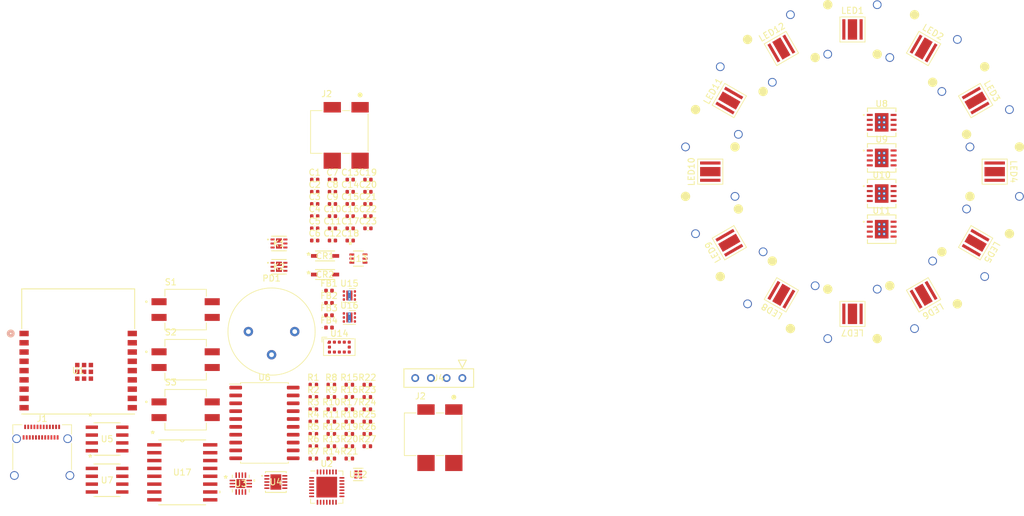
<source format=kicad_pcb>
(kicad_pcb (version 20221018) (generator pcbnew)
  (layers (0 "F.Cu" signal) (1 "In1.Cu" signal) (2 "In2.Cu" signal) (31 "B.Cu" signal) (34 "B.Paste" user) (35 "F.Paste" user) (36 "B.SilkS" user "B.Silkscreen") (37 "F.SilkS" user "F.Silkscreen") (38 "B.Mask" user) (39 "F.Mask" user) (44 "Edge.Cuts" user))
  (net 0 "")
  (net 1 "5V")
  (net 2 "GND")
  (net 3 "Net-(C3-Pad1)")
  (net 4 "Net-(U7-+IN)")
  (net 5 "+Vs_For_LED_Drivers")
  (net 6 "3.3V")
  (net 7 "Net-(U17-CAP-)")
  (net 8 "Net-(U17-CAP+)")
  (net 9 "-Power_In")
  (net 10 "Net-(U17-FB{slash}SD)")
  (net 11 "Net-(U16-OUT)")
  (net 12 "Net-(CR1-Pad1)")
  (net 13 "Sensor_Analog")
  (net 14 "+Vs_For_Lock_in")
  (net 15 "-Vs_For_Lock_in")
  (net 16 "The_better_5V")
  (net 17 "The_better_GND")
  (net 20 "CC1")
  (net 21 "D+")
  (net 22 "D-")
  (net 29 "CC2")
  (net 36 "Net-(K1-S1)")
  (net 37 "Net-(U9-Q)")
  (net 38 "Net-(K1-S2)")
  (net 39 "Net-(U8-Q)")
  (net 40 "Net-(K2-S1)")
  (net 41 "Net-(U11-Q)")
  (net 42 "Net-(K2-S2)")
  (net 43 "Net-(U10-Q)")
  (net 44 "Net-(LED1-Pad1)")
  (net 45 "Net-(U8-REF)")
  (net 46 "Net-(LED2-Pad1)")
  (net 47 "Net-(LED4-Pad1)")
  (net 48 "Net-(U9-REF)")
  (net 49 "Net-(LED5-Pad1)")
  (net 50 "Net-(LED7-Pad1)")
  (net 51 "Net-(U10-REF)")
  (net 52 "Net-(LED10-Pad1)")
  (net 53 "Net-(LED11-Pad2)")
  (net 54 "Net-(LED10-Pad2)")
  (net 55 "Net-(U11-REF)")
  (net 56 "Net-(PD1-An)")
  (net 58 "Net-(R7-Pad1)")
  (net 59 "Net-(R7-Pad2)")
  (net 60 "Net-(R8-Pad2)")
  (net 61 "Net-(R9-Pad2)")
  (net 62 "Net-(U6-SEL_B)")
  (net 63 "Net-(U7--IN)")
  (net 64 "Sensor_Second_stage")
  (net 65 "Net-(U2-~{RST})")
  (net 66 "RTS")
  (net 67 "Net-(U13-B2)")
  (net 68 "Net-(U13-B1)")
  (net 69 "DTR")
  (net 70 "Net-(U17-VREF)")
  (net 71 "Net-(U5-+IN)")
  (net 72 "Net-(U14-XSHUT)")
  (net 73 "ESP_ADC")
  (net 74 "GPIO9")
  (net 75 "ESP_EN")
  (net 85 "ESP_TXD")
  (net 87 "ESP_RXD")
  (net 106 "INT")
  (net 107 "SCL")
  (net 108 "SDA")
  (net 111 "Sensor_First_stage")
  (net 118 "LED_REF")
  (net 119 "Net-(U6-CHA-)")
  (net 146 "ESP_LED_REF_INV")
  (net 147 "ESP_PWM_DIM")
  (footprint "footprints:PQFN6_IRLHS6376TRPBF_INF" (layer "F.Cu") (at 120.3129 67.3279)
    (fp_text reference "K2" (at 0 0 unlocked) (layer "F.SilkS"))
    (fp_text value "IRLHS6376TRPBF")
    (pad "1" smd rect (at -1.0287 -0.649999) (size 0.6604 0.3048) (layers "F.Cu" "F.Paste" "F.Mask") (net 40 "Net-(K2-S1)"))
    (pad "2" smd rect (at -1.0287 0) (size 0.6604 0.3048) (layers "F.Cu" "F.Paste" "F.Mask") (net 146 "ESP_LED_REF_INV"))
    (pad "3" smd rect (at -1.0287 0.649999) (size 0.6604 0.3048) (layers "F.Cu" "F.Paste" "F.Mask") (net 41 "Net-(U11-Q)"))
    (pad "4" smd rect (at 1.0287 0.649999) (size 0.6604 0.3048) (layers "F.Cu" "F.Paste" "F.Mask") (net 42 "Net-(K2-S2)"))
    (pad "5" smd rect (at 1.0287 0) (size 0.6604 0.3048) (layers "F.Cu" "F.Paste" "F.Mask") (net 146 "ESP_LED_REF_INV"))
    (pad "6" smd rect (at 1.0287 -0.649999) (size 0.6604 0.3048) (layers "F.Cu" "F.Paste" "F.Mask") (net 43 "Net-(U10-Q)"))
    (pad "7" smd rect (at 0 -0.484886) (size 0.9652 0.6858) (layers "F.Cu" "F.Paste" "F.Mask") (net 43 "Net-(U10-Q)"))
    (pad "8" smd rect (at 0 0.484886) (size 0.9652 0.6858) (layers "F.Cu" "F.Paste" "F.Mask") (net 41 "Net-(U11-Q)"))
  )
  (footprint "Resistor_SMD:R_0402_1005Metric" (layer "F.Cu") (at 131.69 94.36)
    (fp_text reference "R19" (at 0 -1.17) (layer "F.SilkS"))
    (fp_text value "1M")
    (pad "1" smd roundrect (at -0.51 0) (size 0.54 0.64) (layers "F.Cu" "F.Paste" "F.Mask") (net 3 "Net-(C3-Pad1)"))
    (pad "2" smd roundrect (at 0.51 0) (size 0.54 0.64) (layers "F.Cu" "F.Paste" "F.Mask") (net 4 "Net-(U7-+IN)"))
  )
  (footprint "Capacitor_SMD:C_0402_1005Metric" (layer "F.Cu") (at 131.83 55.2)
    (fp_text reference "C14" (at 0 -1.16) (layer "F.SilkS"))
    (fp_text value "1uF")
    (pad "1" smd roundrect (at -0.48 0) (size 0.56 0.62) (layers "F.Cu" "F.Paste" "F.Mask") (net 5 "+Vs_For_LED_Drivers"))
    (pad "2" smd roundrect (at 0.48 0) (size 0.56 0.62) (layers "F.Cu" "F.Paste" "F.Mask") (net 2 "GND"))
  )
  (footprint "Capacitor_SMD:C_0402_1005Metric" (layer "F.Cu") (at 126.09 63.08)
    (fp_text reference "C6" (at 0 -1.16) (layer "F.SilkS"))
    (fp_text value "4.7uF")
    (pad "1" smd roundrect (at -0.48 0) (size 0.56 0.62) (layers "F.Cu" "F.Paste" "F.Mask") (net 2 "GND"))
    (pad "2" smd roundrect (at 0.48 0) (size 0.56 0.62) (layers "F.Cu" "F.Paste" "F.Mask") (net 5 "+Vs_For_LED_Drivers"))
  )
  (footprint "Resistor_SMD:R_0402_1005Metric" (layer "F.Cu") (at 134.6 90.38)
    (fp_text reference "R24" (at 0 -1.17) (layer "F.SilkS"))
    (fp_text value "220k")
    (pad "1" smd roundrect (at -0.51 0) (size 0.54 0.64) (layers "F.Cu" "F.Paste" "F.Mask") (net 9 "-Power_In"))
    (pad "2" smd roundrect (at 0.51 0) (size 0.54 0.64) (layers "F.Cu" "F.Paste" "F.Mask") (net 10 "Net-(U17-FB{slash}SD)"))
  )
  (footprint "Capacitor_SMD:C_0402_1005Metric" (layer "F.Cu") (at 126.09 53.23)
    (fp_text reference "C1" (at 0 -1.16) (layer "F.SilkS"))
    (fp_text value "1uF")
    (pad "1" smd roundrect (at -0.48 0) (size 0.56 0.62) (layers "F.Cu" "F.Paste" "F.Mask") (net 1 "5V"))
    (pad "2" smd roundrect (at 0.48 0) (size 0.56 0.62) (layers "F.Cu" "F.Paste" "F.Mask") (net 2 "GND"))
  )
  (footprint "LED_SMD:LED_0402_1005Metric" (layer "F.Cu") (at 128.405 73.18)
    (fp_text reference "FB2" (at 0 -1.17) (layer "F.SilkS"))
    (fp_text value "FerriteBead")
    (pad "1" smd roundrect (at -0.485 0) (size 0.59 0.64) (layers "F.Cu" "F.Paste" "F.Mask") (net 9 "-Power_In"))
    (pad "2" smd roundrect (at 0.485 0) (size 0.59 0.64) (layers "F.Cu" "F.Paste" "F.Mask") (net 15 "-Vs_For_Lock_in"))
  )
  (footprint "Resistor_SMD:R_0402_1005Metric" (layer "F.Cu") (at 134.6 92.37)
    (fp_text reference "R25" (at 0 -1.17) (layer "F.SilkS"))
    (fp_text value "10k")
    (pad "1" smd roundrect (at -0.51 0) (size 0.54 0.64) (layers "F.Cu" "F.Paste" "F.Mask") (net 56 "Net-(PD1-An)"))
    (pad "2" smd roundrect (at 0.51 0) (size 0.54 0.64) (layers "F.Cu" "F.Paste" "F.Mask") (net 71 "Net-(U5-+IN)"))
  )
  (footprint "Package_DFN_QFN:QFN-28-1EP_5x5mm_P0.5mm_EP3.35x3.35mm" (layer "F.Cu") (at 128.04 102.96)
    (fp_text reference "U2" (at 0 -3.8) (layer "F.SilkS"))
    (fp_text value "CP2102N-Axx-xQFN28")
    (pad "1" smd roundrect (at -2.45 -1.5) (size 0.8 0.25) (layers "F.Cu" "F.Paste" "F.Mask"))
    (pad "2" smd roundrect (at -2.45 -1) (size 0.8 0.25) (layers "F.Cu" "F.Paste" "F.Mask"))
    (pad "3" smd roundrect (at -2.45 -0.5) (size 0.8 0.25) (layers "F.Cu" "F.Paste" "F.Mask") (net 2 "GND"))
    (pad "4" smd roundrect (at -2.45 0) (size 0.8 0.25) (layers "F.Cu" "F.Paste" "F.Mask") (net 21 "D+"))
    (pad "5" smd roundrect (at -2.45 0.5) (size 0.8 0.25) (layers "F.Cu" "F.Paste" "F.Mask") (net 22 "D-"))
    (pad "6" smd roundrect (at -2.45 1) (size 0.8 0.25) (layers "F.Cu" "F.Paste" "F.Mask") (net 6 "3.3V"))
    (pad "7" smd roundrect (at -2.45 1.5) (size 0.8 0.25) (layers "F.Cu" "F.Paste" "F.Mask") (net 6 "3.3V"))
    (pad "8" smd roundrect (at -1.5 2.45) (size 0.25 0.8) (layers "F.Cu" "F.Paste" "F.Mask") (net 6 "3.3V"))
    (pad "9" smd roundrect (at -1 2.45) (size 0.25 0.8) (layers "F.Cu" "F.Paste" "F.Mask") (net 65 "Net-(U2-~{RST})"))
    (pad "10" smd roundrect (at -0.5 2.45) (size 0.25 0.8) (layers "F.Cu" "F.Paste" "F.Mask"))
    (pad "11" smd roundrect (at 0 2.45) (size 0.25 0.8) (layers "F.Cu" "F.Paste" "F.Mask"))
    (pad "12" smd roundrect (at 0.5 2.45) (size 0.25 0.8) (layers "F.Cu" "F.Paste" "F.Mask"))
    (pad "13" smd roundrect (at 1 2.45) (size 0.25 0.8) (layers "F.Cu" "F.Paste" "F.Mask"))
    (pad "14" smd roundrect (at 1.5 2.45) (size 0.25 0.8) (layers "F.Cu" "F.Paste" "F.Mask"))
    (pad "15" smd roundrect (at 2.45 1.5) (size 0.8 0.25) (layers "F.Cu" "F.Paste" "F.Mask"))
    (pad "16" smd roundrect (at 2.45 1) (size 0.8 0.25) (layers "F.Cu" "F.Paste" "F.Mask"))
    (pad "17" smd roundrect (at 2.45 0.5) (size 0.8 0.25) (layers "F.Cu" "F.Paste" "F.Mask"))
    (pad "18" smd roundrect (at 2.45 0) (size 0.8 0.25) (layers "F.Cu" "F.Paste" "F.Mask"))
    (pad "19" smd roundrect (at 2.45 -0.5) (size 0.8 0.25) (layers "F.Cu" "F.Paste" "F.Mask"))
    (pad "20" smd roundrect (at 2.45 -1) (size 0.8 0.25) (layers "F.Cu" "F.Paste" "F.Mask"))
    (pad "21" smd roundrect (at 2.45 -1.5) (size 0.8 0.25) (layers "F.Cu" "F.Paste" "F.Mask"))
    (pad "22" smd roundrect (at 1.5 -2.45) (size 0.25 0.8) (layers "F.Cu" "F.Paste" "F.Mask"))
    (pad "23" smd roundrect (at 1 -2.45) (size 0.25 0.8) (layers "F.Cu" "F.Paste" "F.Mask"))
    (pad "24" smd roundrect (at 0.5 -2.45) (size 0.25 0.8) (layers "F.Cu" "F.Paste" "F.Mask") (net 66 "RTS"))
    (pad "25" smd roundrect (at 0 -2.45) (size 0.25 0.8) (layers "F.Cu" "F.Paste" "F.Mask") (net 85 "ESP_TXD"))
    (pad "26" smd roundrect (at -0.5 -2.45) (size 0.25 0.8) (layers "F.Cu" "F.Paste" "F.Mask") (net 87 "ESP_RXD"))
    (pad "27" smd roundrect (at -1 -2.45) (size 0.25 0.8) (layers "F.Cu" "F.Paste" "F.Mask"))
    (pad "28" smd roundrect (at -1.5 -2.45) (size 0.25 0.8) (layers "F.Cu" "F.Paste" "F.Mask") (net 69 "DTR"))
    (pad "29" smd rect (at 0 0) (size 3.35 3.35) (layers "F.Cu" "F.Mask") (net 2 "GND"))
  )
  (footprint "Resistor_SMD:R_0402_1005Metric" (layer "F.Cu") (at 125.87 92.37)
    (fp_text reference "R4" (at 0 -1.17) (layer "F.SilkS"))
    (fp_text value "27")
    (pad "1" smd roundrect (at -0.51 0) (size 0.54 0.64) (layers "F.Cu" "F.Paste" "F.Mask") (net 36 "Net-(K1-S1)"))
    (pad "2" smd roundrect (at 0.51 0) (size 0.54 0.64) (layers "F.Cu" "F.Paste" "F.Mask") (net 45 "Net-(U8-REF)"))
  )
  (footprint "Resistor_SMD:R_0402_1005Metric" (layer "F.Cu") (at 131.69 96.35)
    (fp_text reference "R20" (at 0 -1.17) (layer "F.SilkS"))
    (fp_text value "1k")
    (pad "1" smd roundrect (at -0.51 0) (size 0.54 0.64) (layers "F.Cu" "F.Paste" "F.Mask") (net 65 "Net-(U2-~{RST})"))
    (pad "2" smd roundrect (at 0.51 0) (size 0.54 0.64) (layers "F.Cu" "F.Paste" "F.Mask") (net 6 "3.3V"))
  )
  (footprint "Sensor_Distance:ST_VL53L1x" (layer "F.Cu") (at 130.075 80.315)
    (fp_text reference "U14" (at 0 -2.2) (layer "F.SilkS"))
    (fp_text value "VL53L1CXV0FY1")
    (pad "1" smd roundrect (at -1.74 -0.675) (size 0.38 0.25) (layers "F.Cu" "F.Paste" "F.Mask") (net 6 "3.3V"))
    (pad "1" smd roundrect (at -1.6 -0.8) (size 0.5 0.5) (layers "F.Cu" "F.Paste" "F.Mask") (net 6 "3.3V"))
    (pad "2" smd roundrect (at -0.8 -0.8) (size 0.5 0.5) (layers "F.Cu" "F.Paste" "F.Mask") (net 2 "GND"))
    (pad "3" smd roundrect (at 0 -0.8) (size 0.5 0.5) (layers "F.Cu" "F.Paste" "F.Mask") (net 2 "GND"))
    (pad "4" smd roundrect (at 0.8 -0.8) (size 0.5 0.5) (layers "F.Cu" "F.Paste" "F.Mask") (net 2 "GND"))
    (pad "5" smd roundrect (at 1.6 -0.8) (size 0.5 0.5) (layers "F.Cu" "F.Paste" "F.Mask") (net 72 "Net-(U14-XSHUT)"))
    (pad "6" smd roundrect (at 1.6 0) (size 0.5 0.5) (layers "F.Cu" "F.Paste" "F.Mask") (net 2 "GND"))
    (pad "7" smd roundrect (at 1.6 0.8) (size 0.5 0.5) (layers "F.Cu" "F.Paste" "F.Mask") (net 106 "INT"))
    (pad "8" smd roundrect (at 0.8 0.8) (size 0.5 0.5) (layers "F.Cu" "F.Paste" "F.Mask"))
    (pad "9" smd roundrect (at 0 0.8) (size 0.5 0.5) (layers "F.Cu" "F.Paste" "F.Mask") (net 108 "SDA"))
    (pad "10" smd roundrect (at -0.8 0.8) (size 0.5 0.5) (layers "F.Cu" "F.Paste" "F.Mask") (net 107 "SCL"))
    (pad "11" smd roundrect (at -1.6 0.8) (size 0.5 0.5) (layers "F.Cu" "F.Paste" "F.Mask") (net 6 "3.3V"))
    (pad "12" smd roundrect (at -1.6 0) (size 0.5 0.5) (layers "F.Cu" "F.Paste" "F.Mask") (net 2 "GND"))
  )
  (footprint "Capacitor_SMD:C_0402_1005Metric" (layer "F.Cu") (at 128.96 63.08)
    (fp_text reference "C12" (at 0 -1.16) (layer "F.SilkS"))
    (fp_text value "0.1uF")
    (pad "1" smd roundrect (at -0.48 0) (size 0.56 0.62) (layers "F.Cu" "F.Paste" "F.Mask") (net 2 "GND"))
    (pad "2" smd roundrect (at 0.48 0) (size 0.56 0.62) (layers "F.Cu" "F.Paste" "F.Mask") (net 5 "+Vs_For_LED_Drivers"))
  )
  (footprint "Resistor_SMD:R_0402_1005Metric" (layer "F.Cu") (at 131.69 86.4)
    (fp_text reference "R15" (at 0 -1.17) (layer "F.SilkS"))
    (fp_text value "0.5")
    (pad "1" smd roundrect (at -0.51 0) (size 0.54 0.64) (layers "F.Cu" "F.Paste" "F.Mask") (net 2 "GND"))
    (pad "2" smd roundrect (at 0.51 0) (size 0.54 0.64) (layers "F.Cu" "F.Paste" "F.Mask") (net 51 "Net-(U10-REF)"))
  )
  (footprint "Library:HFS_LED" (layer "F.Cu") (at 236.062916 51.939837 -90)
    (fp_text reference "LED4" (at 0 -3.048 -90 unlocked) (layer "F.SilkS"))
    (fp_text value "XPEBRY-L1-R250-00P01")
    (pad "" np_thru_hole circle (at -4 4 270) (size 1.4 1.4) (drill 1.1) (layers "*.Cu" "*.Mask"))
    (pad "" smd rect (at 0 0 270) (size 1.5 3.3) (layers "F.Cu" "F.Paste" "F.Mask"))
    (pad "" np_thru_hole circle (at 4 -4 270) (size 1.4 1.4) (drill 1.1) (layers "*.Cu" "*.Mask"))
    (pad "1" smd rect (at 1.397 0 270) (size 0.5 3.3) (layers "F.Cu" "F.Paste" "F.Mask") (net 47 "Net-(LED4-Pad1)"))
    (pad "2" smd rect (at -1.397 0 270) (size 0.5 3.3) (layers "F.Cu" "F.Paste" "F.Mask") (net 48 "Net-(U9-REF)"))
  )
  (footprint "footprints:R_8_ADI" (layer "F.Cu") (at 92.5096 101.8413)
    (fp_text reference "U7" (at 0 0 unlocked) (layer "F.SilkS"))
    (fp_text value "OP27GSZ-REEL7")
    (fp_text user "*" (at -2.7178 -3.6068) (layer "F.SilkS"))
    (fp_text user "*" (at -2.7178 -3.6068 unlocked) (layer "F.SilkS"))
    (pad "1" smd rect (at -2.4638 -1.905) (size 1.9812 0.5588) (layers "F.Cu" "F.Paste" "F.Mask"))
    (pad "2" smd rect (at -2.4638 -0.635) (size 1.9812 0.5588) (layers "F.Cu" "F.Paste" "F.Mask") (net 63 "Net-(U7--IN)"))
    (pad "3" smd rect (at -2.4638 0.635) (size 1.9812 0.5588) (layers "F.Cu" "F.Paste" "F.Mask") (net 4 "Net-(U7-+IN)"))
    (pad "4" smd rect (at -2.4638 1.905) (size 1.9812 0.5588) (layers "F.Cu" "F.Paste" "F.Mask") (net 15 "-Vs_For_Lock_in"))
    (pad "5" smd rect (at 2.4638 1.905) (size 1.9812 0.5588) (layers "F.Cu" "F.Paste" "F.Mask"))
    (pad "6" smd rect (at 2.4638 0.635) (size 1.9812 0.5588) (layers "F.Cu" "F.Paste" "F.Mask") (net 13 "Sensor_Analog"))
    (pad "7" smd rect (at 2.4638 -0.635) (size 1.9812 0.5588) (layers "F.Cu" "F.Paste" "F.Mask") (net 14 "+Vs_For_Lock_in"))
    (pad "8" smd rect (at 2.4638 -1.905) (size 1.9812 0.5588) (layers "F.Cu" "F.Paste" "F.Mask"))
  )
  (footprint "footprints:SOT6_BC846AS-7_DIO" (layer "F.Cu") (at 133.1608 66.0001)
    (fp_text reference "U13" (at 0 0 unlocked) (layer "F.SilkS"))
    (fp_text value "BC846AS-7")
    (fp_text user "*" (at -1.31835 -2.1486) (layer "F.SilkS"))
    (fp_text user "*" (at -1.31835 -2.1486 unlocked) (layer "F.SilkS"))
    (pad "1" smd rect (at -1.064349 -0.649999) (size 0.7825 0.3556) (layers "F.Cu" "F.Paste" "F.Mask") (net 69 "DTR"))
    (pad "2" smd rect (at -1.064349 0) (size 0.7825 0.3556) (layers "F.Cu" "F.Paste" "F.Mask") (net 67 "Net-(U13-B2)"))
    (pad "3" smd rect (at -1.064349 0.649999) (size 0.7825 0.3556) (layers "F.Cu" "F.Paste" "F.Mask") (net 75 "ESP_EN"))
    (pad "4" smd rect (at 1.064349 0.649999) (size 0.7825 0.3556) (layers "F.Cu" "F.Paste" "F.Mask") (net 66 "RTS"))
    (pad "5" smd rect (at 1.064349 0) (size 0.7825 0.3556) (layers "F.Cu" "F.Paste" "F.Mask") (net 68 "Net-(U13-B1)"))
    (pad "6" smd rect (at 1.064349 -0.649999) (size 0.7825 0.3556) (layers "F.Cu" "F.Paste" "F.Mask") (net 74 "GPIO9"))
  )
  (footprint "Capacitor_SMD:C_0402_1005Metric" (layer "F.Cu") (at 134.7 53.23)
    (fp_text reference "C19" (at 0 -1.16) (layer "F.SilkS"))
    (fp_text value "0.002uF")
    (pad "1" smd roundrect (at -0.48 0) (size 0.56 0.62) (layers "F.Cu" "F.Paste" "F.Mask") (net 9 "-Power_In"))
    (pad "2" smd roundrect (at 0.48 0) (size 0.56 0.62) (layers "F.Cu" "F.Paste" "F.Mask") (net 10 "Net-(U17-FB{slash}SD)"))
  )
  (footprint "footprints:DRJ8_3X2P2" (layer "F.Cu") (at 217.784934 55.480001)
    (fp_text reference "U10" (at 0 -3 unlocked) (layer "F.SilkS"))
    (fp_text value "TL4242TDRJRQ1")
    (pad "1" smd rect (at -1.925066 -1.2) (size 0.95 0.35) (layers "F.Cu" "F.Mask") (net 147 "ESP_PWM_DIM"))
    (pad "2" smd rect (at -1.925066 -0.399999) (size 0.95 0.35) (layers "F.Cu" "F.Mask"))
    (pad "3" smd rect (at -1.925066 0.399999) (size 0.95 0.35) (layers "F.Cu" "F.Mask") (net 2 "GND"))
    (pad "4" smd rect (at -1.925066 1.2) (size 0.95 0.35) (layers "F.Cu" "F.Mask") (net 51 "Net-(U10-REF)"))
    (pad "5" smd rect (at 1.925066 1.2) (size 0.95 0.35) (layers "F.Cu" "F.Mask"))
    (pad "6" smd rect (at 1.925066 0.399999) (size 0.95 0.35) (layers "F.Cu" "F.Mask") (net 43 "Net-(U10-Q)"))
    (pad "7" smd rect (at 1.925066 -0.399999) (size 0.95 0.35) (layers "F.Cu" "F.Mask"))
    (pad "8" smd rect (at 1.925066 -1.2) (size 0.95 0.35) (layers "F.Cu" "F.Mask") (net 5 "+Vs_For_LED_Drivers"))
    (pad "9" smd rect (at 0 0) (size 2.2 2.999999) (layers "F.Cu") (net 2 "GND"))
    (pad "V" thru_hole circle (at -0.3937 -0.7874) (size 0.508 0.508) (drill 0.254) (layers "*.Cu" "*.Mask"))
    (pad "V" thru_hole circle (at -0.3937 0) (size 0.508 0.508) (drill 0.254) (layers "*.Cu" "*.Mask"))
    (pad "V" thru_hole circle (at -0.3937 0.7874) (size 0.508 0.508) (drill 0.254) (layers "*.Cu" "*.Mask"))
    (pad "V" thru_hole circle (at 0.3937 -0.7874) (size 0.508 0.508) (drill 0.254) (layers "*.Cu" "*.Mask"))
    (pad "V" thru_hole circle (at 0.3937 0) (size 0.508 0.508) (drill 0.254) (layers "*.Cu" "*.Mask"))
    (pad "V" thru_hole circle (at 0.3937 0.7874) (size 0.508 0.508) (drill 0.254) (layers "*.Cu" "*.Mask"))
  )
  (footprint "Capacitor_SMD:C_0402_1005Metric" (layer "F.Cu") (at 131.83 61.11)
    (fp_text reference "C17" (at 0 -1.16) (layer "F.SilkS"))
    (fp_text value "100uF")
    (pad "1" smd roundrect (at -0.48 0) (size 0.56 0.62) (layers "F.Cu" "F.Paste" "F.Mask") (net 9 "-Power_In"))
    (pad "2" smd roundrect (at 0.48 0) (size 0.56 0.62) (layers "F.Cu" "F.Paste" "F.Mask") (net 2 "GND"))
  )
  (footprint "Capacitor_SMD:C_0402_1005Metric" (layer "F.Cu") (at 126.09 57.17)
    (fp_text reference "C3" (at 0 -1.16) (layer "F.SilkS"))
    (fp_text value "100nF")
    (pad "1" smd roundrect (at -0.48 0) (size 0.56 0.62) (layers "F.Cu" "F.Paste" "F.Mask") (net 3 "Net-(C3-Pad1)"))
    (pad "2" smd roundrect (at 0.48 0) (size 0.56 0.62) (layers "F.Cu" "F.Paste" "F.Mask") (net 2 "GND"))
  )
  (footprint "Library:HFS_LED" (layer "F.Cu") (at 232.9815 63.439837 -120)
    (fp_text reference "LED5" (at 0 -3.048 -120 unlocked) (layer "F.SilkS"))
    (fp_text value "XPEBRY-L1-R250-00P01")
    (pad "" np_thru_hole circle (at -4 4 240) (size 1.4 1.4) (drill 1.1) (layers "*.Cu" "*.Mask"))
    (pad "" smd rect (at 0 0 240) (size 1.5 3.3) (layers "F.Cu" "F.Paste" "F.Mask"))
    (pad "" np_thru_hole circle (at 4 -4 240) (size 1.4 1.4) (drill 1.1) (layers "*.Cu" "*.Mask"))
    (pad "1" smd rect (at 1.397 0 240) (size 0.5 3.3) (layers "F.Cu" "F.Paste" "F.Mask") (net 49 "Net-(LED5-Pad1)"))
    (pad "2" smd rect (at -1.397 0 240) (size 0.5 3.3) (layers "F.Cu" "F.Paste" "F.Mask") (net 47 "Net-(LED4-Pad1)"))
  )
  (footprint "footprints:SW_219-2MSTR" (layer "F.Cu") (at 105.215 74.245)
    (fp_text reference "S1" (at -2.405 -4.445) (layer "F.SilkS"))
    (fp_text value "219-2MSTR")
    (pad "1A" smd rect (at -4.3 -1.27) (size 2.44 1.13) (layers "F.Cu" "F.Paste" "F.Mask") (net 59 "Net-(R7-Pad2)"))
    (pad "1B" smd rect (at 4.3 -1.27) (size 2.44 1.13) (layers "F.Cu" "F.Paste" "F.Mask") (net 61 "Net-(R9-Pad2)"))
    (pad "2A" smd rect (at -4.3 1.27) (size 2.44 1.13) (layers "F.Cu" "F.Paste" "F.Mask") (net 59 "Net-(R7-Pad2)"))
    (pad "2B" smd rect (at 4.3 1.27) (size 2.44 1.13) (layers "F.Cu" "F.Paste" "F.Mask") (net 60 "Net-(R8-Pad2)"))
  )
  (footprint "Capacitor_SMD:C_0402_1005Metric" (layer "F.Cu") (at 134.7 61.11)
    (fp_text reference "C23" (at 0 -1.16) (layer "F.SilkS"))
    (fp_text value "4700nF")
    (pad "1" smd roundrect (at -0.48 0) (size 0.56 0.62) (layers "F.Cu" "F.Paste" "F.Mask") (net 2 "GND"))
    (pad "2" smd roundrect (at 0.48 0) (size 0.56 0.62) (layers "F.Cu" "F.Paste" "F.Mask") (net 6 "3.3V"))
  )
  (footprint "Resistor_SMD:R_0402_1005Metric" (layer "F.Cu") (at 131.69 90.38)
    (fp_text reference "R17" (at 0 -1.17) (layer "F.SilkS"))
    (fp_text value "27")
    (pad "1" smd roundrect (at -0.51 0) (size 0.54 0.64) (layers "F.Cu" "F.Paste" "F.Mask") (net 42 "Net-(K2-S2)"))
    (pad "2" smd roundrect (at 0.51 0) (size 0.54 0.64) (layers "F.Cu" "F.Paste" "F.Mask") (net 55 "Net-(U11-REF)"))
  )
  (footprint "Package_SO:SOIC-20W_7.5x12.8mm_P1.27mm" (layer "F.Cu") (at 117.96 92.58)
    (fp_text reference "U6" (at 0 -7.35) (layer "F.SilkS"))
    (fp_text value "AD630ARZ")
    (pad "1" smd roundrect (at -4.65 -5.715) (size 2.05 0.6) (layers "F.Cu" "F.Paste" "F.Mask") (net 111 "Sensor_First_stage"))
    (pad "2" smd roundrect (at -4.65 -4.445) (size 2.05 0.6) (layers "F.Cu" "F.Paste" "F.Mask"))
    (pad "3" smd roundrect (at -4.65 -3.175) (size 2.05 0.6) (layers "F.Cu" "F.Paste" "F.Mask"))
    (pad "4" smd roundrect (at -4.65 -1.905) (size 2.05 0.6) (layers "F.Cu" "F.Paste" "F.Mask"))
    (pad "5" smd roundrect (at -4.65 -0.635) (size 2.05 0.6) (layers "F.Cu" "F.Paste" "F.Mask"))
    (pad "6" smd roundrect (at -4.65 0.635) (size 2.05 0.6) (layers "F.Cu" "F.Paste" "F.Mask"))
    (pad "7" smd roundrect (at -4.65 1.905) (size 2.05 0.6) (layers "F.Cu" "F.Paste" "F.Mask"))
    (pad "8" smd roundrect (at -4.65 3.175) (size 2.05 0.6) (layers "F.Cu" "F.Paste" "F.Mask") (net 15 "-Vs_For_Lock_in"))
    (pad "9" smd roundrect (at -4.65 4.445) (size 2.05 0.6) (layers "F.Cu" "F.Paste" "F.Mask") (net 62 "Net-(U6-SEL_B)"))
    (pad "10" smd roundrect (at -4.65 5.715) (size 2.05 0.6) (layers "F.Cu" "F.Paste" "F.Mask") (net 118 "LED_REF"))
    (pad "11" smd roundrect (at 4.65 5.715) (size 2.05 0.6) (layers "F.Cu" "F.Paste" "F.Mask") (net 14 "+Vs_For_Lock_in"))
    (pad "12" smd roundrect (at 4.65 4.445) (size 2.05 0.6) (layers "F.Cu" "F.Paste" "F.Mask") (net 64 "Sensor_Second_stage"))
    (pad "13" smd roundrect (at 4.65 3.175) (size 2.05 0.6) (layers "F.Cu" "F.Paste" "F.Mask") (net 64 "Sensor_Second_stage"))
    (pad "14" smd roundrect (at 4.65 1.905) (size 2.05 0.6) (layers "F.Cu" "F.Paste" "F.Mask") (net 2 "GND"))
    (pad "15" smd roundrect (at 4.65 0.635) (size 2.05 0.6) (layers "F.Cu" "F.Paste" "F.Mask") (net 119 "Net-(U6-CHA-)"))
    (pad "16" smd roundrect (at 4.65 -0.635) (size 2.05 0.6) (layers "F.Cu" "F.Paste" "F.Mask") (net 111 "Sensor_First_stage"))
    (pad "17" smd roundrect (at 4.65 -1.905) (size 2.05 0.6) (layers "F.Cu" "F.Paste" "F.Mask") (net 2 "GND"))
    (pad "18" smd roundrect (at 4.65 -3.175) (size 2.05 0.6) (layers "F.Cu" "F.Paste" "F.Mask"))
    (pad "19" smd roundrect (at 4.65 -4.445) (size 2.05 0.6) (layers "F.Cu" "F.Paste" "F.Mask") (net 119 "Net-(U6-CHA-)"))
    (pad "20" smd roundrect (at 4.65 -5.715) (size 2.05 0.6) (layers "F.Cu" "F.Paste" "F.Mask") (net 119 "Net-(U6-CHA-)"))
  )
  (footprint "footprints:DRY6" (layer "F.Cu") (at 133.1252 100.9152)
    (fp_text reference "U12" (at 0 0 unlocked) (layer "F.SilkS"))
    (fp_text value "SN74LVC1G58DRYR")
    (pad "1" smd rect (at -0.355013 -0.499999) (size 0.55 0.3) (layers "F.Cu" "F.Mask") (net 118 "LED_REF"))
    (pad "2" smd rect (at -0.369999 0) (size 0.52 0.3) (layers "F.Cu" "F.Mask") (net 2 "GND"))
    (pad "3" smd rect (at -0.369999 0.499999) (size 0.52 0.3) (layers "F.Cu" "F.Mask") (net 118 "LED_REF"))
    (pad "4" smd rect (at 0.369999 0.499999) (size 0.52 0.3) (layers "F.Cu" "F.Mask") (net 146 "ESP_LED_REF_INV"))
    (pad "5" smd rect (at 0.369999 0) (size 0.52 0.3) (layers "F.Cu" "F.Mask") (net 6 "3.3V"))
    (pad "6" smd rect (at 0.369999 -0.499999) (size 0.52 0.3) (layers "F.Cu" "F.Mask") (net 118 "LED_REF"))
  )
  (footprint "Library:HFS_LED" (layer "F.Cu") (at 190.062916 51.939837 90)
    (fp_text reference "LED10" (at 0 -3.048 90 unlocked) (layer "F.SilkS"))
    (fp_text value "XPEBRY-L1-R250-00P01")
    (pad "" np_thru_hole circle (at -4 4 90) (size 1.4 1.4) (drill 1.1) (layers "*.Cu" "*.Mask"))
    (pad "" smd rect (at 0 0 90) (size 1.5 3.3) (layers "F.Cu" "F.Paste" "F.Mask"))
    (pad "" np_thru_hole circle (at 4 -4 90) (size 1.4 1.4) (drill 1.1) (layers "*.Cu" "*.Mask"))
    (pad "1" smd rect (at 1.397 0 90) (size 0.5 3.3) (layers "F.Cu" "F.Paste" "F.Mask") (net 52 "Net-(LED10-Pad1)"))
    (pad "2" smd rect (at -1.397 0 90) (size 0.5 3.3) (layers "F.Cu" "F.Paste" "F.Mask") (net 54 "Net-(LED10-Pad2)"))
  )
  (footprint "Capacitor_SMD:C_0402_1005Metric" (layer "F.Cu") (at 131.83 59.14)
    (fp_text reference "C16" (at 0 -1.16) (layer "F.SilkS"))
    (fp_text value "10uF")
    (pad "1" smd roundrect (at -0.48 0) (size 0.56 0.62) (layers "F.Cu" "F.Paste" "F.Mask") (net 7 "Net-(U17-CAP-)"))
    (pad "2" smd roundrect (at 0.48 0) (size 0.56 0.62) (layers "F.Cu" "F.Paste" "F.Mask") (net 8 "Net-(U17-CAP+)"))
  )
  (footprint "footprints:SOD123_FAS" (layer "F.Cu") (at 127.7658 68.5806)
    (fp_text reference "CR2" (at 0 0 unlocked) (layer "F.SilkS"))
    (fp_text value "MMSZ5231B")
    (fp_text user "*" (at -2.6616 0) (layer "F.SilkS"))
    (fp_text user "*" (at -2.6616 0 unlocked) (layer "F.SilkS"))
    (pad "1" smd rect (at -1.725 0) (size 1.1112 0.6008) (layers "F.Cu" "F.Paste" "F.Mask") (net 13 "Sensor_Analog"))
    (pad "2" smd rect (at 1.725 0) (size 1.1112 0.6008) (layers "F.Cu" "F.Paste" "F.Mask") (net 2 "GND"))
  )
  (footprint "footprints:DRJ8_3X2P2" (layer "F.Cu") (at 217.784934 61.240401)
    (fp_text reference "U11" (at 0 -3 unlocked) (layer "F.SilkS"))
    (fp_text value "TL4242TDRJRQ1")
    (pad "1" smd rect (at -1.925066 -1.2) (size 0.95 0.35) (layers "F.Cu" "F.Mask") (net 147 "ESP_PWM_DIM"))
    (pad "2" smd rect (at -1.925066 -0.399999) (size 0.95 0.35) (layers "F.Cu" "F.Mask"))
    (pad "3" smd rect (at -1.925066 0.399999) (size 0.95 0.35) (layers "F.Cu" "F.Mask") (net 2 "GND"))
    (pad "4" smd rect (at -1.925066 1.2) (size 0.95 0.35) (layers "F.Cu" "F.Mask") (net 55 "Net-(U11-REF)"))
    (pad "5" smd rect (at 1.925066 1.2) (size 0.95 0.35) (layers "F.Cu" "F.Mask"))
    (pad "6" smd rect (at 1.925066 0.399999) (size 0.95 0.35) (layers "F.Cu" "F.Mask") (net 41 "Net-(U11-Q)"))
    (pad "7" smd rect (at 1.925066 -0.399999) (size 0.95 0.35) (layers "F.Cu" "F.Mask"))
    (pad "8" smd rect (at 1.925066 -1.2) (size 0.95 0.35) (layers "F.Cu" "F.Mask") (net 5 "+Vs_For_LED_Drivers"))
    (pad "9" smd rect (at 0 0) (size 2.2 2.999999) (layers "F.Cu") (net 2 "GND"))
    (pad "V" thru_hole circle (at -0.3937 -0.7874) (size 0.508 0.508) (drill 0.254) (layers "*.Cu" "*.Mask"))
    (pad "V" thru_hole circle (at -0.3937 0) (size 0.508 0.508) (drill 0.254) (layers "*.Cu" "*.Mask"))
    (pad "V" thru_hole circle (at -0.3937 0.7874) (size 0.508 0.508) (drill 0.254) (layers "*.Cu" "*.Mask"))
    (pad "V" thru_hole circle (at 0.3937 -0.7874) (size 0.508 0.508) (drill 0.254) (layers "*.Cu" "*.Mask"))
    (pad "V" thru_hole circle (at 0.3937 0) (size 0.508 0.508) (drill 0.254) (layers "*.Cu" "*.Mask"))
    (pad "V" thru_hole circle (at 0.3937 0.7874) (size 0.508 0.508) (drill 0.254) (layers "*.Cu" "*.Mask"))
  )
  (footprint "footprints:R_8_ADI" (layer "F.Cu") (at 92.5096 95.1771)
    (fp_text reference "U5" (at 0 0 unlocked) (layer "F.SilkS"))
    (fp_text value "AD620ARZ-REEL7")
    (fp_text user "*" (at -2.7178 -3.6068) (layer "F.SilkS"))
    (fp_text user "*" (at -2.7178 -3.6068 unlocked) (layer "F.SilkS"))
    (pad "1" smd rect (at -2.4638 -1.905) (size 1.9812 0.5588) (layers "F.Cu" "F.Paste" "F.Mask") (net 59 "Net-(R7-Pad2)"))
    (pad "2" smd rect (at -2.4638 -0.635) (size 1.9812 0.5588) (layers "F.Cu" "F.Paste" "F.Mask") (net 56 "Net-(PD1-An)"))
    (pad "3" smd rect (at -2.4638 0.635) (size 1.9812 0.5588) (layers "F.Cu" "F.Paste" "F.Mask") (net 71 "Net-(U5-+IN)"))
    (pad "4" smd rect (at -2.4638 1.905) (size 1.9812 0.5588) (layers "F.Cu" "F.Paste" "F.Mask") (net 15 "-Vs_For_Lock_in"))
    (pad "5" smd rect (at 2.4638 1.905) (size 1.9812 0.5588) (layers "F.Cu" "F.Paste" "F.Mask") (net 2 "GND"))
    (pad "6" smd rect (at 2.4638 0.635) (size 1.9812 0.5588) (layers "F.Cu" "F.Paste" "F.Mask") (net 111 "Sensor_First_stage"))
    (pad "7" smd rect (at 2.4638 -0.635) (size 1.9812 0.5588) (layers "F.Cu" "F.Paste" "F.Mask") (net 14 "+Vs_For_Lock_in"))
    (pad "8" smd rect (at 2.4638 -1.905) (size 1.9812 0.5588) (layers "F.Cu" "F.Paste" "F.Mask") (net 58 "Net-(R7-Pad1)"))
  )
  (footprint "Resistor_SMD:R_0402_1005Metric" (layer "F.Cu") (at 125.87 98.34)
    (fp_text reference "R7" (at 0 -1.17) (layer "F.SilkS"))
    (fp_text value "49400")
    (pad "1" smd roundrect (at -0.51 0) (size 0.54 0.64) (layers "F.Cu" "F.Paste" "F.Mask") (net 58 "Net-(R7-Pad1)"))
    (pad "2" smd roundrect (at 0.51 0) (size 0.54 0.64) (layers "F.Cu" "F.Paste" "F.Mask") (net 59 "Net-(R7-Pad2)"))
  )
  (footprint "Resistor_SMD:R_0402_1005Metric" (layer "F.Cu") (at 131.69 98.34)
    (fp_text reference "R21" (at 0 -1.17) (layer "F.SilkS"))
    (fp_text value "10k")
    (pad "1" smd roundrect (at -0.51 0) (size 0.54 0.64) (layers "F.Cu" "F.Paste" "F.Mask") (net 66 "RTS"))
    (pad "2" smd roundrect (at 0.51 0) (size 0.54 0.64) (layers "F.Cu" "F.Paste" "F.Mask") (net 67 "Net-(U13-B2)"))
  )
  (footprint "footprints:CUI_PJ-014CH-SMT-TR" (layer "F.Cu") (at 148.59 90.41)
    (fp_text reference "J2" (at -5.40541 -2.16517) (layer "F.SilkS") (effects (font (size 1.000079 1.000079))))
    (fp_text value "PJ-014CH-SMT-TR")
    (pad "" np_thru_hole circle (at -6.5 4.55) (size 1 1) (drill 1) (layers "*.Cu" "*.Mask"))
    (pad "" np_thru_hole circle (at -1.5 4.55) (size 1 1) (drill 1) (layers "*.Cu" "*.Mask"))
    (pad "1A" smd rect (at 0 0) (size 2.8 1.7) (layers "F.Cu" "F.Paste" "F.Mask") (net 5 "+Vs_For_LED_Drivers"))
    (pad "1B" smd rect (at -4.5 0) (size 2.8 1.7) (layers "F.Cu" "F.Paste" "F.Mask") (net 5 "+Vs_For_LED_Drivers"))
    (pad "2" smd rect (at -4.5 8.65) (size 2.8 2.6) (layers "F.Cu" "F.Paste" "F.Mask") (net 2 "GND"))
    (pad "3" smd rect (at 0 8.65) (size 2.8 2.6) (layers "F.Cu" "F.Paste" "F.Mask") (net 2 "GND"))
  )
  (footprint "Resistor_SMD:R_0402_1005Metric" (layer "F.Cu") (at 125.87 96.35)
    (fp_text reference "R6" (at 0 -1.17) (layer "F.SilkS"))
    (fp_text value "27")
    (pad "1" smd roundrect (at -0.51 0) (size 0.54 0.64) (layers "F.Cu" "F.Paste" "F.Mask") (net 38 "Net-(K1-S2)"))
    (pad "2" smd roundrect (at 0.51 0) (size 0.54 0.64) (layers "F.Cu" "F.Paste" "F.Mask") (net 48 "Net-(U9-REF)"))
  )
  (footprint "footprints:DRJ8_3X2P2" (layer "F.Cu") (at 217.784934 49.719601)
    (fp_text reference "U9" (at 0 -3 unlocked) (layer "F.SilkS"))
    (fp_text value "TL4242TDRJRQ1")
    (pad "1" smd rect (at -1.925066 -1.2) (size 0.95 0.35) (layers "F.Cu" "F.Mask") (net 147 "ESP_PWM_DIM"))
    (pad "2" smd rect (at -1.925066 -0.399999) (size 0.95 0.35) (layers "F.Cu" "F.Mask"))
    (pad "3" smd rect (at -1.925066 0.399999) (size 0.95 0.35) (layers "F.Cu" "F.Mask") (net 2 "GND"))
    (pad "4" smd rect (at -1.925066 1.2) (size 0.95 0.35) (layers "F.Cu" "F.Mask") (net 48 "Net-(U9-REF)"))
    (pad "5" smd rect (at 1.925066 1.2) (size 0.95 0.35) (layers "F.Cu" "F.Mask"))
    (pad "6" smd rect (at 1.925066 0.399999) (size 0.95 0.35) (layers "F.Cu" "F.Mask") (net 37 "Net-(U9-Q)"))
    (pad "7" smd rect (at 1.925066 -0.399999) (size 0.95 0.35) (layers "F.Cu" "F.Mask"))
    (pad "8" smd rect (at 1.925066 -1.2) (size 0.95 0.35) (layers "F.Cu" "F.Mask") (net 5 "+Vs_For_LED_Drivers"))
    (pad "9" smd rect (at 0 0) (size 2.2 2.999999) (layers "F.Cu") (net 2 "GND"))
    (pad "V" thru_hole circle (at -0.3937 -0.7874) (size 0.508 0.508) (drill 0.254) (layers "*.Cu" "*.Mask"))
    (pad "V" thru_hole circle (at -0.3937 0) (size 0.508 0.508) (drill 0.254) (layers "*.Cu" "*.Mask"))
    (pad "V" thru_hole circle (at -0.3937 0.7874) (size 0.508 0.508) (drill 0.254) (layers "*.Cu" "*.Mask"))
    (pad "V" thru_hole circle (at 0.3937 -0.7874) (size 0.508 0.508) (drill 0.254) (layers "*.Cu" "*.Mask"))
    (pad "V" thru_hole circle (at 0.3937 0) (size 0.508 0.508) (drill 0.254) (layers "*.Cu" "*.Mask"))
    (pad "V" thru_hole circle (at 0.3937 0.7874) (size 0.508 0.508) (drill 0.254) (layers "*.Cu" "*.Mask"))
  )
  (footprint "footprints:SW_219-2MSTR" (layer "F.Cu") (at 105.215 82.345)
    (fp_text reference "S2" (at -2.405 -4.445) (layer "F.SilkS"))
    (fp_text value "219-2MSTR")
    (pad "1A" smd rect (at -4.3 -1.27) (size 2.44 1.13) (layers "F.Cu" "F.Paste" "F.Mask") (net 73 "ESP_ADC"))
    (pad "1B" smd rect (at 4.3 -1.27) (size 2.44 1.13) (layers "F.Cu" "F.Paste" "F.Mask") (net 13 "Sensor_Analog"))
    (pad "2A" smd rect (at -4.3 1.27) (size 2.44 1.13) (layers "F.Cu" "F.Paste" "F.Mask") (net 12 "Net-(CR1-Pad1)"))
    (pad "2B" smd rect (at 4.3 1.27) (size 2.44 1.13) (layers "F.Cu" "F.Paste" "F.Mask") (net 13 "Sensor_Analog"))
  )
  (footprint "Resistor_SMD:R_0402_1005Metric" (layer "F.Cu") (at 134.6 88.39)
    (fp_text reference "R23" (at 0 -1.17) (layer "F.SilkS"))
    (fp_text value "20k")
    (pad "1" smd roundrect (at -0.51 0) (size 0.54 0.64) (layers "F.Cu" "F.Paste" "F.Mask") (net 70 "Net-(U17-VREF)"))
    (pad "2" smd roundrect (at 0.51 0) (size 0.54 0.64) (layers "F.Cu" "F.Paste" "F.Mask") (net 10 "Net-(U17-FB{slash}SD)"))
  )
  (footprint "Package_SON:WSON-6-1EP_2x2mm_P0.65mm_EP1x1.6mm_ThermalVias" (layer "F.Cu") (at 131.7 71.97)
    (fp_text reference "U15" (at 0 -1.95) (layer "F.SilkS"))
    (fp_text value "TLV76750DRVx")
    (pad "1" smd roundrect (at -0.8875 -0.65) (size 0.375 0.4) (layers "F.Cu" "F.Paste" "F.Mask") (net 1 "5V"))
    (pad "2" smd roundrect (at -0.8875 0) (size 0.375 0.4) (layers "F.Cu" "F.Paste" "F.Mask") (net 1 "5V"))
    (pad "3" smd roundrect (at -0.8875 0.65) (size 0.375 0.4) (layers "F.Cu" "F.Paste" "F.Mask") (net 2 "GND"))
    (pad "4" smd roundrect (at 0.8875 0.65) (size 0.375 0.4) (layers "F.Cu" "F.Paste" "F.Mask") (net 5 "+Vs_For_LED_Drivers"))
    (pad "5" smd roundrect (at 0.8875 0) (size 0.375 0.4) (layers "F.Cu" "F.Paste" "F.Mask") (net 2 "GND"))
    (pad "6" smd roundrect (at 0.8875 -0.65) (size 0.375 0.4) (layers "F.Cu" "F.Paste" "F.Mask") (net 5 "+Vs_For_LED_Drivers"))
    (pad "7" thru_hole circle (at 0 -0.55) (size 0.5 0.5) (drill 0.2) (layers "*.Cu") (net 2 "GND"))
    (pad "7" smd rect (at 0 0) (size 0.5 1.6) (layers "B.Cu") (net 2 "GND"))
    (pad "7" smd rect (at 0 0) (size 1 1.6) (layers "F.Cu" "F.Mask") (net 2 "GND"))
    (pad "7" thru_hole circle (at 0 0.55) (size 0.5 0.5) (drill 0.2) (layers "*.Cu") (net 2 "GND"))
  )
  (footprint "Capacitor_SMD:C_0402_1005Metric" (layer "F.Cu") (at 128.96 53.23)
    (fp_text reference "C7" (at 0 -1.16) (layer "F.SilkS"))
    (fp_text value "4.7uF")
    (pad "1" smd roundrect (at -0.48 0) (size 0.56 0.62) (layers "F.Cu" "F.Paste" "F.Mask") (net 2 "GND"))
    (pad "2" smd roundrect (at 0.48 0) (size 0.56 0.62) (layers "F.Cu" "F.Paste" "F.Mask") (net 5 "+Vs_For_LED_Drivers"))
  )
  (footprint "LED_SMD:LED_0402_1005Metric" (layer "F.Cu") (at 128.405 75.17)
    (fp_text reference "FB3" (at 0 -1.17) (layer "F.SilkS"))
    (fp_text value "FerriteBead")
    (pad "1" smd roundrect (at -0.485 0) (size 0.59 0.64) (layers "F.Cu" "F.Paste" "F.Mask") (net 1 "5V"))
    (pad "2" smd roundrect (at 0.485 0) (size 0.59 0.64) (layers "F.Cu" "F.Paste" "F.Mask") (net 16 "The_better_5V"))
  )
  (footprint "Resistor_SMD:R_0402_1005Metric" (layer "F.Cu") (at 125.87 88.39)
    (fp_text reference "R2" (at 0 -1.17) (layer "F.SilkS"))
    (fp_text value "100")
    (pad "1" smd roundrect (at -0.51 0) (size 0.54 0.64) (layers "F.Cu" "F.Paste" "F.Mask"))
    (pad "2" smd roundrect (at 0.51 0) (size 0.54 0.64) (layers "F.Cu" "F.Paste" "F.Mask") (net 29 "CC2"))
  )
  (footprint "Library:HFS_LED" (layer "F.Cu") (at 213.062916 74.939837 180)
    (fp_text reference "LED7" (at 0 -3.048 180 unlocked) (layer "F.SilkS"))
    (fp_text value "XPEBRY-L1-R250-00P01")
    (pad "" np_thru_hole circle (at -4 4 180) (size 1.4 1.4) (drill 1.1) (layers "*.Cu" "*.Mask"))
    (pad "" smd rect (at 0 0 180) (size 1.5 3.3) (layers "F.Cu" "F.Paste" "F.Mask"))
    (pad "" np_thru_hole circle (at 4 -4 180) (size 1.4 1.4) (drill 1.1) (layers "*.Cu" "*.Mask"))
    (pad "1" smd rect (at 1.397 0 180) (size 0.5 3.3) (layers "F.Cu" "F.Paste" "F.Mask") (net 50 "Net-(LED7-Pad1)"))
    (pad "2" smd rect (at -1.397 0 180) (size 0.5 3.3) (layers "F.Cu" "F.Paste" "F.Mask") (net 51 "Net-(U10-REF)"))
  )
  (footprint "Library:HFS_LED" (layer "F.Cu") (at 193.144331 40.439837 60)
    (fp_text reference "LED11" (at 0 -3.048 60 unlocked) (layer "F.SilkS"))
    (fp_text value "XPEBRY-L1-R250-00P01")
    (pad "" np_thru_hole circle (at -4 4 60) (size 1.4 1.4) (drill 1.1) (layers "*.Cu" "*.Mask"))
    (pad "" smd rect (at 0 0 60) (size 1.5 3.3) (layers "F.Cu" "F.Paste" "F.Mask"))
    (pad "" np_thru_hole circle (at 4 -4 60) (size 1.4 1.4) (drill 1.1) (layers "*.Cu" "*.Mask"))
    (pad "1" smd rect (at 1.397 0 60) (size 0.5 3.3) (layers "F.Cu" "F.Paste" "F.Mask") (net 43 "Net-(U10-Q)"))
    (pad "2" smd rect (at -1.397 0 60) (size 0.5 3.3) (layers "F.Cu" "F.Paste" "F.Mask") (net 53 "Net-(LED11-Pad2)"))
  )
  (footprint "footprints:CONN_PPTC041LFBN-RC_SUL" (layer "F.Cu") (at 149.967 85.3218)
    (fp_text reference "J4" (at -3.81 0 unlocked) (layer "F.SilkS"))
    (fp_text value "PPTC041LFBN-RC")
    (pad "1" thru_hole circle (at 0 0) (size 1.27 1.27) (drill 0.762) (layers "*.Cu" "*.Mask") (net 2 "GND"))
    (pad "2" thru_hole circle (at -2.54 0) (size 1.27 1.27) (drill 0.762) (layers "*.Cu" "*.Mask") (net 6 "3.3V"))
    (pad "3" thru_hole circle (at -5.08 0) (size 1.27 1.27) (drill 0.762) (layers "*.Cu" "*.Mask") (net 107 "SCL"))
    (pad "4" thru_hole circle (at -7.62 0) (size 1.27 1.27) (drill 0.762) (layers "*.Cu" "*.Mask") (net 108 "SDA"))
  )
  (footprint "Library:ODD-42W" (layer "F.Cu") (at 119.1135 77.8035)
    (fp_text reference "PD1" (at 0 -8.608899 unlocked) (layer "F.SilkS"))
    (fp_text value "~")
    (pad "1" thru_hole circle (at -3.7465 0) (size 1.524 1.524) (drill 0.762) (layers "*.Cu" "*.Mask") (net 56 "Net-(PD1-An)"))
    (pad "2" thru_hole circle (at 3.7465 0) (size 1.524 1.524) (drill 0.762) (layers "*.Cu" "*.Mask") (net 16 "The_better_5V"))
    (pad "3" thru_hole circle (at 0 3.7465) (size 1.524 1.524) (drill 0.762) (layers "*.Cu" "*.Mask") (net 16 "The_better_5V"))
  )
  (footprint "Resistor_SMD:R_0402_1005Metric" (layer "F.Cu") (at 134.6 96.35)
    (fp_text reference "R27" (at 0 -1.17) (layer "F.SilkS"))
    (fp_text value "1k")
    (pad "1" smd roundrect (at -0.51 0) (size 0.54 0.64) (layers "F.Cu" "F.Paste" "F.Mask") (net 6 "3.3V"))
    (pad "2" smd roundrect (at 0.51 0) (size 0.54 0.64) (layers "F.Cu" "F.Paste" "F.Mask") (net 72 "Net-(U14-XSHUT)"))
  )
  (footprint "Capacitor_SMD:C_0402_1005Metric" (layer "F.Cu") (at 126.09 61.11)
    (fp_text reference "C5" (at 0 -1.16) (layer "F.SilkS"))
    (fp_text value "0.1uF")
    (pad "1" smd roundrect (at -0.48 0) (size 0.56 0.62) (layers "F.Cu" "F.Paste" "F.Mask") (net 2 "GND"))
    (pad "2" smd roundrect (at 0.48 0) (size 0.56 0.62) (layers "F.Cu" "F.Paste" "F.Mask") (net 5 "+Vs_For_LED_Drivers"))
  )
  (footprint "Resistor_SMD:R_0402_1005Metric" (layer "F.Cu") (at 125.87 86.4)
    (fp_text reference "R1" (at 0 -1.17) (layer "F.SilkS"))
    (fp_text value "100")
    (pad "1" smd roundrect (at -0.51 0) (size 0.54 0.64) (layers "F.Cu" "F.Paste" "F.Mask") (net 20 "CC1"))
    (pad "2" smd roundrect (at 0.51 0) (size 0.54 0.64) (layers "F.Cu" "F.Paste" "F.Mask") (net 20 "CC1"))
  )
  (footprint "Capacitor_SMD:C_0402_1005Metric" (layer "F.Cu") (at 128.96 57.17)
    (fp_text reference "C9" (at 0 -1.16) (layer "F.SilkS"))
    (fp_text value "0.1uF")
    (pad "1" smd roundrect (at -0.48 0) (size 0.56 0.62) (layers "F.Cu" "F.Paste" "F.Mask") (net 2 "GND"))
    (pad "2" smd roundrect (at 0.48 0) (size 0.56 0.62) (layers "F.Cu" "F.Paste" "F.Mask") (net 5 "+Vs_For_LED_Drivers"))
  )
  (footprint "LED_SMD:LED_0402_1005Metric" (layer "F.Cu") (at 128.405 77.16)
    (fp_text reference "FB4" (at 0 -1.17) (layer "F.SilkS"))
    (fp_text value "FerriteBead")
    (pad "1" smd roundrect (at -0.485 0) (size 0.59 0.64) (layers "F.Cu" "F.Paste" "F.Mask") (net 2 "GND"))
    (pad "2" smd roundrect (at 0.485 0) (size 0.59 0.64) (layers "F.Cu" "F.Paste" "F.Mask") (net 17 "The_better_GND"))
  )
  (footprint "Resistor_SMD:R_0402_1005Metric" (layer "F.Cu") (at 128.78 86.4)
    (fp_text reference "R8" (at 0 -1.17) (layer "F.SilkS"))
    (fp_text value "16466.666")
    (pad "1" smd roundrect (at -0.51 0) (size 0.54 0.64) (layers "F.Cu" "F.Paste" "F.Mask") (net 58 "Net-(R7-Pad1)"))
    (pad "2" smd roundrect (at 0.51 0) (size 0.54 0.64) (layers "F.Cu" "F.Paste" "F.Mask") (net 60 "Net-(R8-Pad2)"))
  )
  (footprint "Capacitor_SMD:C_0402_1005Metric" (layer "F.Cu") (at 128.96 59.14)
    (fp_text reference "C10" (at 0 -1.16) (layer "F.SilkS"))
    (fp_text value "4.7uF")
    (pad "1" smd roundrect (at -0.48 0) (size 0.56 0.62) (layers "F.Cu" "F.Paste" "F.Mask") (net 2 "GND"))
    (pad "2" smd roundrect (at 0.48 0) (size 0.56 0.62) (layers "F.Cu" "F.Paste" "F.Mask") (net 5 "+Vs_For_LED_Drivers"))
  )
  (footprint "Capacitor_SMD:C_0402_1005Metric" (layer "F.Cu") (at 128.96 55.2)
    (fp_text reference "C8" (at 0 -1.16) (layer "F.SilkS"))
    (fp_text value "0.1uF")
    (pad "1" smd roundrect (at -0.48 0) (size 0.56 0.62) (layers "F.Cu" "F.Paste" "F.Mask") (net 2 "GND"))
    (pad "2" smd roundrect (at 0.48 0) (size 0.56 0.62) (layers "F.Cu" "F.Paste" "F.Mask") (net 5 "+Vs_For_LED_Drivers"))
  )
  (footprint "Resistor_SMD:R_0402_1005Metric" (layer "F.Cu") (at 131.69 88.39)
    (fp_text reference "R16" (at 0 -1.17) (layer "F.SilkS"))
    (fp_text value "27")
    (pad "1" smd roundrect (at -0.51 0) (size 0.54 0.64) (layers "F.Cu" "F.Paste" "F.Mask") (net 40 "Net-(K2-S1)"))
    (pad "2" smd roundrect (at 0.51 0) (size 0.54 0.64) (layers "F.Cu" "F.Paste" "F.Mask") (net 51 "Net-(U10-REF)"))
  )
  (footprint "Library:HFS_LED" (layer "F.Cu") (at 224.562916 71.858421 -150)
    (fp_text reference "LED6" (at 0 -3.048 -150 unlocked) (layer "F.SilkS"))
    (fp_text value "XPEBRY-L1-R250-00P01")
    (pad "" np_thru_hole circle (at -4 4 210) (size 1.4 1.4) (drill 1.1) (layers "*.Cu" "*.Mask"))
    (pad "" smd rect (at 0 0 210) (size 1.5 3.3) (layers "F.Cu" "F.Paste" "F.Mask"))
    (pad "" np_thru_hole circle (at 4 -4 210) (size 1.4 1.4) (drill 1.1) (layers "*.Cu" "*.Mask"))
    (pad "1" smd rect (at 1.397 0 210) (size 0.5 3.3) (layers "F.Cu" "F.Paste" "F.Mask") (net 37 "Net-(U9-Q)"))
    (pad "2" smd rect (at -1.397 0 210) (size 0.5 3.3) (layers "F.Cu" "F.Paste" "F.Mask") (net 49 "Net-(LED5-Pad1)"))
  )
  (footprint "Resistor_SMD:R_0402_1005Metric" (layer "F.Cu") (at 128.78 98.34)
    (fp_text reference "R14" (at 0 -1.17) (layer "F.SilkS"))
    (fp_text value "1M")
    (pad "1" smd roundrect (at -0.51 0) (size 0.54 0.64) (layers "F.Cu" "F.Paste" "F.Mask") (net 64 "Sensor_Second_stage"))
    (pad "2" smd roundrect (at 0.51 0) (size 0.54 0.64) (layers "F.Cu" "F.Paste" "F.Mask") (net 3 "Net-(C3-Pad1)"))
  )
  (footprint "Library:HFS_LED" (layer "F.Cu") (at 232.9815 40.439837 -60)
    (fp_text reference "LED3" (at 0 -3.048 -60 unlocked) (layer "F.SilkS"))
    (fp_text value "XPEBRY-L1-R250-00P01")
    (pad "" np_thru_hole circle (at -4 4 300) (size 1.4 1.4) (drill 1.1) (layers "*.Cu" "*.Mask"))
    (pad "" smd rect (at 0 0 300) (size 1.5 3.3) (layers "F.Cu" "F.Paste" "F.Mask"))
    (pad "" np_thru_hole circle (at 4 -4 300) (size 1.4 1.4) (drill 1.1) (layers "*.Cu" "*.Mask"))
    (pad "1" smd rect (at 1.397 0 300) (size 0.5 3.3) (layers "F.Cu" "F.Paste" "F.Mask") (net 39 "Net-(U8-Q)"))
    (pad "2" smd rect (at -1.397 0 300) (size 0.5 3.3) (layers "F.Cu" "F.Paste" "F.Mask") (net 46 "Net-(LED2-Pad1)"))
  )
  (footprint "footprints:MLP14_2P5X2P5_ONS" (layer "F.Cu") (at 114.14 102.39)
    (fp_text reference "U3" (at 0 0 unlocked) (layer "F.SilkS"))
    (fp_text value "FUSB302MPX")
    (fp_text user "*" (at -2.4398 -0.75) (layer "F.SilkS"))
    (fp_text user "*" (at -2.4398 -0.75 unlocked) (layer "F.SilkS"))
    (pad "1" smd rect (at -1.3603 -0.499999 90) (size 0.254 0.889) (layers "F.Cu" "F.Paste" "F.Mask") (net 29 "CC2"))
    (pad "2" smd rect (at -1.3603 0 90) (size 0.254 0.889) (layers "F.Cu" "F.Paste" "F.Mask") (net 5 "+Vs_For_LED_Drivers"))
    (pad "3" smd rect (at -1.3603 0.499999 90) (size 0.254 0.889) (layers "F.Cu" "F.Paste" "F.Mask") (net 6 "3.3V"))
    (pad "4" smd rect (at -0.750001 1.3603) (size 0.254 0.889) (layers "F.Cu" "F.Paste" "F.Mask") (net 6 "3.3V"))
    (pad "5" smd rect (at -0.25 1.3603) (size 0.254 0.889) (layers "F.Cu" "F.Paste" "F.Mask") (net 106 "INT"))
    (pad "6" smd rect (at 0.25 1.3603) (size 0.254 0.889) (layers "F.Cu" "F.Paste" "F.Mask") (net 107 "SCL"))
    (pad "7" smd rect (at 0.750001 1.3603) (size 0.254 0.889) (layers "F.Cu" "F.Paste" "F.Mask") (net 108 "SDA"))
    (pad "8" smd rect (at 1.3603 0.499999 90) (size 0.254 0.889) (layers "F.Cu" "F.Paste" "F.Mask") (net 2 "GND"))
    (pad "9" smd rect (at 1.3603 0 90) (size 0.254 0.889) (layers "F.Cu" "F.Paste" "F.Mask") (net 2 "GND"))
    (pad "10" smd rect (at 1.3603 -0.499999 90) (size 0.254 0.889) (layers "F.Cu" "F.Paste" "F.Mask") (net 20 "CC1"))
    (pad "11" smd rect (at 0.750001 -1.3603) (size 0.254 0.889) (layers "F.Cu" "F.Paste" "F.Mask") (net 20 "CC1"))
    (pad "12" smd rect (at 0.25 -1.3603) (size 0.254 0.889) (layers "F.Cu" "F.Paste" "F.Mask") (net 6 "3.3V"))
    (pad "13" smd rect (at -0.25 -1.3603) (size 0.254 0.889) (layers "F.Cu" "F.Paste" "F.Mask") (net 6 "3.3V"))
    (pad "14" smd rect (at -0.750001 -1.3603) (size 0.254 0.889) (layers "F.Cu" "F.Paste" "F.Mask") (net 29 "CC2"))
    (pad "15" smd rect (at 0 0) (size 1.4478 1.4478) (layers "F.Cu" "F.Paste" "F.Mask") (net 2 "GND"))
  )
  (footprint "Capacitor_SMD:C_0402_1005Metric" (layer "F.Cu") (at 128.96 61.11)
    (fp_text reference "C11" (at 0 -1.16) (layer "F.SilkS"))
    (fp_text value "4.7uF")
    (pad "1" smd roundrect (at -0.48 0) (size 0.56 0.62) (layers "F.Cu" "F.Paste" "F.Mask") (net 2 "GND"))
    (pad "2" smd roundrect (at 0.48 0) (size 0.56 0.62) (layers "F.Cu" "F.Paste" "F.Mask") (net 5 "+Vs_For_LED_Drivers"))
  )
  (footprint "Connector_USB:USB_C_Receptacle_Amphenol_12401610E4-2A_CircularHoles" (layer "F.Cu") (at 82.01 98.24)
    (fp_text reference "J1" (at 0 -6.36) (layer "F.SilkS"))
    (fp_text value "USB-C connector")
    (pad "" np_thru_hole circle (at -3.6 -4.36) (size 0.65 0.65) (drill 0.65) (layers "*.Cu" "*.Mask"))
    (pad "" np_thru_hole circle (at 3.6 -4.36) (size 0.95 0.95) (drill 0.95) (layers "*.Cu" "*.Mask"))
    (pad "A1" smd rect (at -2.75 -5.02) (size 0.3 0.7) (layers "F.Cu" "F.Paste" "F.Mask") (net 2 "GND"))
    (pad "A2" smd rect (at -2.25 -5.02) (size 0.3 0.7) (layers "F.Cu" "F.Paste" "F.Mask"))
    (pad "A3" smd rect (at -1.75 -5.02) (size 0.3 0.7) (layers "F.Cu" "F.Paste" "F.Mask"))
    (pad "A4" smd rect (at -1.25 -5.02) (size 0.3 0.7) (layers "F.Cu" "F.Paste" "F.Mask") (net 5 "+Vs_For_LED_Drivers"))
    (pad "A5" smd rect (at -0.75 -5.02) (size 0.3 0.7) (layers "F.Cu" "F.Paste" "F.Mask") (net 20 "CC1"))
    (pad "A6" smd rect (at -0.25 -5.02) (size 0.3 0.7) (layers "F.Cu" "F.Paste" "F.Mask") (net 21 "D+"))
    (pad "A7" smd rect (at 0.25 -5.02) (size 0.3 0.7) (layers "F.Cu" "F.Paste" "F.Mask") (net 22 "D-"))
    (pad "A8" smd rect (at 0.75 -5.02) (size 0.3 0.7) (layers "F.Cu" "F.Paste" "F.Mask"))
    (pad "A9" smd rect (at 1.25 -5.02) (size 0.3 0.7) (layers "F.Cu" "F.Paste" "F.Mask") (net 5 "+Vs_For_LED_Drivers"))
    (pad "A10" smd rect (at 1.75 -5.02) (size 0.3 0.7) (layers "F.Cu" "F.Paste" "F.Mask"))
    (pad "A11" smd rect (at 2.25 -5.02) (size 0.3 0.7) (layers "F.Cu" "F.Paste" "F.Mask"))
    (pad "A12" smd rect (at 2.75 -5.02) (size 0.3 0.7) (layers "F.Cu" "F.Paste" "F.Mask") (net 2 "GND"))
    (pad "B1" smd rect (at 2.5 -3.32) (size 0.3 0.7) (layers "F.Cu" "F.Paste" "F.Mask") (net 2 "GND"))
    (pad "B2" smd rect (at 2 -3.32) (size 0.3 0.7) (layers "F.Cu" "F.Paste" "F.Mask"))
    (pad "B3" smd rect (at 1.5 -3.32) (size 0.3 0.7) (layers "F.Cu" "F.Paste" "F.Mask"))
    (pad "B4" smd rect (at 1 -3.32) (size 0.3 0.7) (layers "F.Cu" "F.Paste" "F.Mask") (net 5 "+Vs_For_LED_Drivers"))
    (pad "B5" smd rect (at 0.5 -3.32) (size 0.3 0.7) (layers "F.Cu" "F.Paste" "F.Mask"))
    (pad "B6" smd rect (at 0 -3.32) (size 0.3 0.7) (layers "F.Cu" "F.Paste" "F.Mask") (net 22 "D-"))
    (pad "B7" smd rect (at -0.5 -3.32) (size 0.3 0.7) (layers "F.Cu" "F.Paste" "F.Mask") (net 21 "D+"))
    (pad "B8" smd rect (at -1 -3.32) (size 0.3 0.7) (layers "F.Cu" "F.Paste" "F.Mask") (net 29 "CC2"))
    (pad "B9" smd rect (at -1.5 -3.32) (size 0.3 0.7) (layers "F.Cu" "F.Paste" "F.Mask") (net 5 "+Vs_For_LED_Drivers"))
    (pad "B10" smd rect (at -2 -3.32) (size 0.3 0.7) (layers "F.Cu" "F.Paste" "F.Mask"))
    (pad "B11" smd rect (at -2.5 -3.32) (size 0.3 0.7) (layers "F.Cu" "F.Paste" "F.Mask"))
    (pad "B12" smd rect (at -3 -3.32) (size 0.3 0.7) (layers "F.Cu" "F.Paste" "F.Mask") (net 2 "GND"))
    (pad "S1" thru_hole circle (at -4.49 2.84) (size 1.4 1.4) (drill 1.1) (layers "*.Cu" "*.Mask") (net 2 "GND"))
    (pad "S1" thru_hole circle (at -4.13 -3.11) (size 1.4 1.4) (drill 1.1) (layers "*.Cu" "*.Mask") (net 2 "GND"))
    (pad "S1" thru_hole circle (at 4.13 -3.11) (size 1.4 1.4) (drill 1.1) (layers "*.Cu" "*.Mask") (net 2 "GND"))
    (pad "S1" thru_hole circle (at 4.49 2.84) (size 1.4 1.4) (drill 1.1) (layers "*.Cu" "*.Mask") (net 2 "GND"))
  )
  (footprint "Capacitor_SMD:C_0402_1005Metric" (layer "F.Cu") (at 131.83 53.23)
    (fp_text reference "C13" (at 0 -1.16) (layer "F.SilkS"))
    (fp_text value "10uF")
    (pad "1" smd roundrect (at -0.48 0) (size 0.56 0.62) (layers "F.Cu" "F.Paste" "F.Mask") (net 6 "3.3V"))
    (pad "2" smd roundrect (at 0.48 0) (size 0.56 0.62) (layers "F.Cu" "F.Paste" "F.Mask") (net 2 "GND"))
  )
  (footprint "LED_SMD:LED_0402_1005Metric" (layer "F.Cu") (at 128.405 71.19)
    (fp_text reference "FB1" (at 0 -1.17) (layer "F.SilkS"))
    (fp_text value "FerriteBead")
    (pad "1" smd roundrect (at -0.485 0) (size 0.59 0.64) (layers "F.Cu" "F.Paste" "F.Mask") (net 5 "+Vs_For_LED_Drivers"))
    (pad "2" smd roundrect (at 0.485 0) (size 0.59 0.64) (layers "F.Cu" "F.Paste" "F.Mask") (net 14 "+Vs_For_Lock_in"))
  )
  (footprint "Resistor_SMD:R_0402_1005Metric" (layer "F.Cu") (at 131.69 92.37)
    (fp_text reference "R18" (at 0 -1.17) (layer "F.SilkS"))
    (fp_text value "0.5")
    (pad "1" smd roundrect (at -0.51 0) (size 0.54 0.64) (layers "F.Cu" "F.Paste" "F.Mask") (net 2 "GND"))
    (pad "2" smd roundrect (at 0.51 0) (size 0.54 0.64) (layers "F.Cu" "F.Paste" "F.Mask") (net 55 "Net-(U11-REF)"))
  )
  (footprint "Library:HFS_LED" (layer "F.Cu") (at 213.062916 28.939837)
    (fp_text reference "LED1" (at 0 -3.048 unlocked) (layer "F.SilkS"))
    (fp_text value "XPEBRY-L1-R250-00P01")
    (pad "" np_thru_hole circle (at -4 4) (size 1.4 1.4) (drill 1.1) (layers "*.Cu" "*.Mask"))
    (pad "" smd rect (at 0 0) (size 1.5 3.3) (layers "F.Cu" "F.Paste" "F.Mask"))
    (pad "" np_thru_hole circle (at 4 -4) (size 1.4 1.4) (drill 1.1) (layers "*.Cu" "*.Mask"))
    (pad "1" smd rect (at 1.397 0) (size 0.5 3.3) (layers "F.Cu" "F.Paste" "F.Mask") (net 44 "Net-(LED1-Pad1)"))
    (pad "2" smd rect (at -1.397 0) (size 0.5 3.3) (layers "F.Cu" "F.Paste" "F.Mask") (net 45 "Net-(U8-REF)"))
  )
  (footprint "footprints:DRJ8_3X2P2" (layer "F.Cu") (at 217.784934 43.9674)
    (fp_text reference "U8" (at 0 -3 unlocked) (layer "F.SilkS"))
    (fp_text value "TL4242TDRJRQ1")
    (pad "1" smd rect (at -1.925066 -1.2) (size 0.95 0.35) (layers "F.Cu" "F.Mask") (net 147 "ESP_PWM_DIM"))
    (pad "2" smd rect (at -1.925066 -0.399999) (size 0.95 0.35) (layers "F.Cu" "F.Mask"))
    (pad "3" smd rect (at -1.925066 0.399999) (size 0.95 0.35) (layers "F.Cu" "F.Mask") (net 2 "GND"))
    (pad "4" smd rect (at -1.925066 1.2) (size 0.95 0.35) (layers "F.Cu" "F.Mask") (net 45 "Net-(U8-REF)"))
    (pad "5" smd rect (at 1.925066 1.2) (size 0.95 0.35) (layers "F.Cu" "F.Mask"))
    (pad "6" smd rect (at 1.925066 0.399999) (size 0.95 0.35) (layers "F.Cu" "F.Mask") (net 39 "Net-(U8-Q)"))
    (pad "7" smd rect (at 1.925066 -0.399999) (size 0.95 0.35) (layers "F.Cu" "F.Mask"))
    (pad "8" smd rect (at 1.925066 -1.2) (size 0.95 0.35) (layers "F.Cu" "F.Mask") (net 5 "+Vs_For_LED_Drivers"))
    (pad "9" smd rect (at 0 0) (size 2.2 2.999999) (layers "F.Cu") (net 2 "GND"))
    (pad "V" thru_hole circle (at -0.3937 -0.7874) (size 0.508 0.508) (drill 0.254) (layers "*.Cu" "*.Mask"))
    (pad "V" thru_hole circle (at -0.3937 0) (size 0.508 0.508) (drill 0.254) (layers "*.Cu" "*.Mask"))
    (pad "V" thru_hole circle (at -0.3937 0.7874) (size 0.508 0.508) (drill 0.254) (layers "*.Cu" "*.Mask"))
    (pad "V" thru_hole circle (at 0.3937 -0.7874) (size 0.508 0.508) (drill 0.254) (layers "*.Cu" "*.Mask"))
    (pad "V" thru_hole circle (at 0.3937 0) (size 0.508 0.508) (drill 0.254) (layers "*.Cu" "*.Mask"))
    (pad "V" thru_hole circle (at 0.3937 0.7874) (size 0.508 0.508) (drill 0.254) (layers "*.Cu" "*.Mask"))
  )
  (footprint "Capacitor_SMD:C_0402_1005Metric" (layer "F.Cu") (at 134.7 57.17)
    (fp_text reference "C21" (at 0 -1.16) (layer "F.SilkS"))
    (fp_text value "2.2uF")
    (pad "1" smd roundrect (at -0.48 0) (size 0.56 0.62) (layers "F.Cu" "F.Paste" "F.Mask") (net 11 "Net-(U16-OUT)"))
    (pad "2" smd roundrect (at 0.48 0) (size 0.56 0.62) (layers "F.Cu" "F.Paste" "F.Mask") (net 2 "GND"))
  )
  (footprint "Capacitor_SMD:C_0402_1005Metric" (layer "F.Cu") (at 131.83 63.08)
    (fp_text reference "C18" (at 0 -1.16) (layer "F.SilkS"))
    (fp_text value "2uF")
    (pad "1" smd roundrect (at -0.48 0) (size 0.56 0.62) (layers "F.Cu" "F.Paste" "F.Mask") (net 2 "GND"))
    (pad "2" smd roundrect (at 0.48 0) (size 0.56 0.62) (layers "F.Cu" "F.Paste" "F.Mask") (net 5 "+Vs_For_LED_Drivers"))
  )
  (footprint "Resistor_SMD:R_0402_1005Metric" (layer "F.Cu") (at 134.6 86.4)
    (fp_text reference "R22" (at 0 -1.17) (layer "F.SilkS"))
    (fp_text value "10k")
    (pad "1" smd roundrect (at -0.51 0) (size 0.54 0.64) (layers "F.Cu" "F.Paste" "F.Mask") (net 68 "Net-(U13-B1)"))
    (pad "2" smd roundrect (at 0.51 0) (size 0.54 0.64) (layers "F.Cu" "F.Paste" "F.Mask") (net 69 "DTR"))
  )
  (footprint "Resistor_SMD:R_0402_1005Metric" (layer "F.Cu") (at 125.87 94.36)
    (fp_text reference "R5" (at 0 -1.17) (layer "F.SilkS"))
    (fp_text value "0.5")
    (pad "1" smd roundrect (at -0.51 0) (size 0.54 0.64) (layers "F.Cu" "F.Paste" "F.Mask") (net 2 "GND"))
    (pad "2" smd roundrect (at 0.51 0) (size 0.54 0.64) (layers "F.Cu" "F.Paste" "F.Mask") (net 48 "Net-(U9-REF)"))
  )
  (footprint "Library:HFS_LED" (layer "F.Cu") (at 193.144331 63.439837 120)
    (fp_text reference "LED9" (at 0 -3.048 120 unlocked) (layer "F.SilkS"))
    (fp_text value "XPEBRY-L1-R250-00P01")
    (pad "" np_thru_hole circle (at -4 4 120) (size 1.4 1.4) (drill 1.1) (layers "*.Cu" "*.Mask"))
    (pad "" smd rect (at 0 0 120) (size 1.5 3.3) (layers "F.Cu" "F.Paste" "F.Mask"))
    (pad "" np_thru_hole circle (at 4 -4 120) (size 1.4 1.4) (drill 1.1) (layers "*.Cu" "*.Mask"))
    (pad "1" smd rect (at 1.397 0 120) (size 0.5 3.3) (layers "F.Cu" "F.Paste" "F.Mask") (net 53 "Net-(LED11-Pad2)"))
    (pad "2" smd rect (at -1.397 0 120) (size 0.5 3.3) (layers "F.Cu" "F.Paste" "F.Mask") (net 50 "Net-(LED7-Pad1)"))
  )
  (footprint "Capacitor_SMD:C_0402_1005Metric" (layer "F.Cu") (at 134.7 59.14)
    (fp_text reference "C22" (at 0 -1.16) (layer "F.SilkS"))
    (fp_text value "100nF")
    (pad "1" smd roundrect (at -0.48 0) (size 0.56 0.62) (layers "F.Cu" "F.Paste" "F.Mask") (net 2 "GND"))
    (pad "2" smd roundrect (at 0.48 0) (size 0.56 0.62) (layers "F.Cu" "F.Paste" "F.Mask") (net 6 "3.3V"))
  )
  (footprint "Resistor_SMD:R_0402_1005Metric" (layer "F.Cu") (at 128.78 88.39)
    (fp_text reference "R9" (at 0 -1.17) (layer "F.SilkS"))
    (fp_text value "9880")
    (pad "1" smd roundrect (at -0.51 0) (size 0.54 0.64) (layers "F.Cu" "F.Paste" "F.Mask") (net 58 "Net-(R7-Pad1)"))
    (pad "2" smd roundrect (at 0.51 0) (size 0.54 0.64) (layers "F.Cu" "F.Paste" "F.Mask") (net 61 "Net-(R9-Pad2)"))
  )
  (footprint "footprints:PQFN6_IRLHS6376TRPBF_INF" (layer "F.Cu") (at 120.3129 63.5593)
    (fp_text reference "K1" (at 0 0 unlocked) (layer "F.SilkS"))
    (fp_text value "IRLHS6376TRPBF")
    (pad "1" smd rect (at -1.0287 -0.649999) (size 0.6604 0.3048) (layers "F.Cu" "F.Paste" "F.Mask") (net 36 "Net-(K1-S1)"))
    (pad "2" smd rect (at -1.0287 0) (size 0.6604 0.3048) (layers "F.Cu" "F.Paste" "F.Mask") (net 146 "ESP_LED_REF_INV"))
    (pad "3" smd rect (at -1.0287 0.649999) (size 0.6604 0.3048) (layers "F.Cu" "F.Paste" "F.Mask") (net 37 "Net-(U9-Q)"))
    (pad "4" smd rect (at 1.0287 0.649999) (size 0.6604 0.3048) (layers "F.Cu" "F.Paste" "F.Mask") (net 38 "Net-(K1-S2)"))
    (pad "5" smd rect (at 1.0287 0) (size 0.6604 0.3048) (layers "F.Cu" "F.Paste" "F.Mask") (net 146 "ESP_LED_REF_INV"))
    (pad "6" smd rect (at 1.0287 -0.649999) (size 0.6604 0.3048) (layers "F.Cu" "F.Paste" "F.Mask") (net 39 "Net-(U8-Q)"))
    (pad "7" smd rect (at 0 -0.484886) (size 0.9652 0.6858) (layers "F.Cu" "F.Paste" "F.Mask") (net 39 "Net-(U8-Q)"))
    (pad "8" smd rect (at 0 0.484886) (size 0.9652 0.6858) (layers "F.Cu" "F.Paste" "F.Mask") (net 37 "Net-(U9-Q)"))
  )
  (footprint "footprints:SOD123_DIO" (layer "F.Cu") (at 127.7658 65.5702)
    (fp_text reference "CR1" (at 0 0 unlocked) (layer "F.SilkS"))
    (fp_text value "MMSZ5226B-7-F")
    (fp_text user "*" (at -2.6616 0) (layer "F.SilkS"))
    (fp_text user "*" (at -2.6616 0 unlocked) (layer "F.SilkS"))
    (pad "1" smd rect (at -1.725 0) (size 1.1112 0.6008) (layers "F.Cu" "F.Paste" "F.Mask") (net 12 "Net-(CR1-Pad1)"))
    (pad "2" smd rect (at 1.725 0) (size 1.1112 0.6008) (layers "F.Cu" "F.Paste" "F.Mask") (net 2 "GND"))
  )
  (footprint "Resistor_SMD:R_0402_1005Metric" (layer "F.Cu") (at 134.6 94.36)
    (fp_text reference "R26" (at 0 -1.17) (layer "F.SilkS"))
    (fp_text value "1k")
    (pad "1" smd roundrect (at -0.51 0) (size 0.54 0.64) (layers "F.Cu" "F.Paste" "F.Mask") (net 17 "The_better_GND"))
    (pad "2" smd roundrect (at 0.51 0) (size 0.54 0.64) (layers "F.Cu" "F.Paste" "F.Mask") (net 71 "Net-(U5-+IN)"))
  )
  (footprint "footprints:CUI_PJ-014CH-SMT-TR" (layer "F.Cu") (at 133.43 41.525)
    (fp_text reference "J2" (at -5.40541 -2.16517) (layer "F.SilkS") (effects (font (size 1.000079 1.000079))))
    (fp_text value "PJ-014CH-SMT-TR")
    (pad "" np_thru_hole circle (at -6.5 4.55) (size 1 1) (drill 1) (layers "*.Cu" "*.Mask"))
    (pad "" np_thru_hole circle (at -1.5 4.55) (size 1 1) (drill 1) (layers "*.Cu" "*.Mask"))
    (pad "1A" smd rect (at 0 0) (size 2.8 1.7) (layers "F.Cu" "F.Paste" "F.Mask"))
    (pad "1B" smd rect (at -4.5 0) (size 2.8 1.7) (layers "F.Cu" "F.Paste" "F.Mask"))
    (pad "2" smd rect (at -4.5 8.65) (size 2.8 2.6) (layers "F.Cu" "F.Paste" "F.Mask"))
    (pad "3" smd rect (at 0 8.65) (size 2.8 2.6) (layers "F.Cu" "F.Paste" "F.Mask"))
  )
  (footprint "Resistor_SMD:R_0402_1005Metric" (layer "F.Cu") (at 128.78 92.37)
    (fp_text reference "R11" (at 0 -1.17) (layer "F.SilkS"))
    (fp_text value "10M")
    (pad "1" smd roundrect (at -0.51 0) (size 0.54 0.64) (layers "F.Cu" "F.Paste" "F.Mask") (net 14 "+Vs_For_Lock_in"))
    (pad "2" smd roundrect (at 0.51 0) (size 0.54 0.64) (layers "F.Cu" "F.Paste" "F.Mask") (net 62 "Net-(U6-SEL_B)"))
  )
  (footprint "footprints:SW_219-2MSTR" (layer "F.Cu") (at 105.215 90.445)
    (fp_text reference "S3" (at -2.405 -4.445) (layer "F.SilkS"))
    (fp_text value "219-2MSTR")
    (pad "1A" smd rect (at -4.3 -1.27) (size 2.44 1.13) (layers "F.Cu" "F.Paste" "F.Mask") (net 74 "GPIO9"))
    (pad "1B" smd rect (at 4.3 -1.27) (size 2.44 1.13) (layers "F.Cu" "F.Paste" "F.Mask") (net 2 "GND"))
    (pad "2A" smd rect (at -4.3 1.27) (size 2.44 1.13) (layers "F.Cu" "F.Paste" "F.Mask") (net 75 "ESP_EN"))
    (pad "2B" smd rect (at 4.3 1.27) (size 2.44 1.13) (layers "F.Cu" "F.Paste" "F.Mask") (net 2 "GND"))
  )
  (footprint "Resistor_SMD:R_0402_1005Metric" (layer "F.Cu") (at 128.78 94.36)
    (fp_text reference "R12" (at 0 -1.17) (layer "F.SilkS"))
    (fp_text value "6.66K")
    (pad "1" smd roundrect (at -0.51 0) (size 0.54 0.64) (layers "F.Cu" "F.Paste" "F.Mask") (net 63 "Net-(U7--IN)"))
    (pad "2" smd roundrect (at 0.51 0) (size 0.54 0.64) (layers "F.Cu" "F.Paste" "F.Mask") (net 2 "GND"))
  )
  (footprint "footprints:DW16" (layer "F.Cu") (at 104.6721 100.5703)
    (fp_text reference "U17" (at 0 0 unlocked) (layer "F.SilkS"))
    (fp_text value "LT1054IDWR")
    (fp_text user "*" (at -4.7752 -6.1468) (layer "F.SilkS"))
    (fp_text user "*" (at -4.7752 -6.1468 unlocked) (layer "F.SilkS"))
    (pad "1" smd rect (at -4.5212 -4.445) (size 2.3114 0.5588) (layers "F.Cu" "F.Paste" "F.Mask"))
    (pad "2" smd rect (at -4.5212 -3.175) (size 2.3114 0.5588) (layers "F.Cu" "F.Paste" "F.Mask"))
    (pad "3" smd rect (at -4.5212 -1.905) (size 2.3114 0.5588) (layers "F.Cu" "F.Paste" "F.Mask") (net 10 "Net-(U17-FB{slash}SD)"))
    (pad "4" smd rect (at -4.5212 -0.635) (size 2.3114 0.5588) (layers "F.Cu" "F.Paste" "F.Mask") (net 8 "Net-(U17-CAP+)"))
    (pad "5" smd rect (at -4.5212 0.635) (size 2.3114 0.5588) (layers "F.Cu" "F.Paste" "F.Mask") (net 2 "GND"))
    (pad "6" smd rect (at -4.5212 1.905) (size 2.3114 0.5588) (layers "F.Cu" "F.Paste" "F.Mask") (net 7 "Net-(U17-CAP-)"))
    (pad "7" smd rect (at -4.5212 3.175) (size 2.3114 0.5588) (layers "F.Cu" "F.Paste" "F.Mask"))
    (pad "8" smd rect (at -4.5212 4.445) (size 2.3114 0.5588) (layers "F.Cu" "F.Paste" "F.Mask"))
    (pad "9" smd rect (at 4.5212 4.445) (size 2.3114 0.5588) (layers "F.Cu" "F.Paste" "F.Mask"))
    (pad "10" smd rect (at 4.5212 3.175) (size 2.3114 0.5588) (layers "F.Cu" "F.Paste" "F.Mask"))
    (pad "11" smd rect (at 4.5212 1.905) (size 2.3114 0.5588) (layers "F.Cu" "F.Paste" "F.Mask") (net 9 "-Power_In"))
    (pad "12" smd rect (at 4.5212 0.635) (size 2.3114 0.5588) (layers "F.Cu" "F.Paste" "F.Mask") (net 70 "Net-(U17-VREF)"))
    (pad "13" smd rect (at 4.5212 -0.635) (size 2.3114 0.5588) (layers "F.Cu" "F.Paste" "F.Mask"))
    (pad "14" smd rect (at 4.5212 -1.905) (size 2.3114 0.5588) (layers "F.Cu" "F.Paste" "F.Mask") (net 5 "+Vs_For_LED_Drivers"))
    (pad "15" smd rect (at 4.5212 -3.175) (size 2.3114 0.5588) (layers "F.Cu" "F.Paste" "F.Mask"))
    (pad "16" smd rect (at 4.5212 -4.445) (size 2.3114 0.5588) (layers "F.Cu" "F.Paste" "F.Mask"))
  )
  (footprint "Library:HFS_LED" (layer "F.Cu") (at 201.562916 32.021252 30)
    (fp_text reference "LED12" (at 0 -3.048 30 unlocked) (layer "F.SilkS"))
    (fp_text value "XPEBRY-L1-R250-00P01")
    (pad "" np_thru_hole circle (at -4 4 30) (size 1.4 1.4) (drill 1.1) (layers "*.Cu" "*.Mask"))
    (pad "" smd rect (at 0 0 30) (size 1.5 3.3) (layers "F.Cu" "F.Paste" "F.Mask"))
    (pad "" np_thru_hole circle (at 4 -4 30) (size 1.4 1.4) (drill 1.1) (layers "*.Cu" "*.Mask"))
    (pad "1" smd rect (at 1.397 0 30) (size 0.5 3.3) (layers "F.Cu" "F.Paste" "F.Mask") (net 54 "Net-(LED10-Pad2)"))
    (pad "2" smd rect (at -1.397 0 30) (size 0.5 3.3) (layers "F.Cu" "F.Paste" "F.Mask") (net 55 "Net-(U11-REF)"))
  )
  (footprint "Capacitor_SMD:C_0402_1005Metric" (layer "F.Cu") (at 126.09 59.14)
    (fp_text reference "C4" (at 0 -1.16) (layer "F.SilkS"))
    (fp_text value "100nF")
    (pad "1" smd roundrect (at -0.48 0) (size 0.56 0.62) (layers "F.Cu" "F.Paste" "F.Mask") (net 4 "Net-(U7-+IN)"))
    (pad "2" smd roundrect (at 0.48 0) (size 0.56 0.62) (layers "F.Cu" "F.Paste" "F.Mask") (net 2 "GND"))
  )
  (footprint "Resistor_SMD:R_0402_1005Metric" (layer "F.Cu") (at 128.78 90.38)
    (fp_text reference "R10" (at 0 -1.17) (layer "F.SilkS"))
    (fp_text value "1M")
    (pad "1" smd roundrect (at -0.51 0) (size 0.54 0.64) (layers "F.Cu" "F.Paste" "F.Mask") (net 62 "Net-(U6-SEL_B)"))
    (pad "2" smd roundrect (at 0.51 0) (size 0.54 0.64) (layers "F.Cu" "F.Paste" "F.Mask") (net 2 "GND"))
  )
  (footprint "Library:HFS_LED" (layer "F.Cu") (at 201.562916 71.858421 150)
    (fp_text reference "LED8" (at 0 -3.048 150 unlocked) (layer "F.SilkS"))
    (fp_text value "XPEBRY-L1-R250-00P01")
    (pad "" np_thru_hole circle (at -4 4 150) (size 1.4 1.4) (drill 1.1) (layers "*.Cu" "*.Mask"))
    (pad "" smd rect (at 0 0 150) (size 1.5 3.3) (layers "F.Cu" "F.Paste" "F.Mask"))
    (pad "" np_thru_hole circle (at 4 -4 150) (size 1.4 1.4) (drill 1.1) (layers "*.Cu" "*.Mask"))
    (pad "1" smd rect (at 1.397 0 150) (size 0.5 3.3) (layers "F.Cu" "F.Paste" "F.Mask") (net 41 "Net-(U11-Q)"))
    (pad "2" smd rect (at -1.397 0 150) (size 0.5 3.3) (layers "F.Cu" "F.Paste" "F.Mask") (net 52 "Net-(LED10-Pad1)"))
  )
  (footprint "Resistor_SMD:R_0402_1005Metric" (layer "F.Cu") (at 128.78 96.35)
    (fp_text reference "R13" (at 0 -1.17) (layer "F.SilkS"))
    (fp_text value "7K")
    (pad "1" smd roundrect (at -0.51 0) (size 0.54 0.64) (layers "F.Cu" "F.Paste" "F.Mask") (net 63 "Net-(U7--IN)"))
    (pad "2" smd roundrect (at 0.51 0) (size 0.54 0.64) (layers "F.Cu" "F.Paste" "F.Mask") (net 13 "Sensor_Analog"))
  )
  (footprint "Capacitor_SMD:C_0402_1005Metric" (layer "F.Cu") (at 131.83 57.17)
    (fp_text reference "C15" (at 0 -1.16) (layer "F.SilkS"))
    (fp_text value "2.2uF")
    (pad "1" smd roundrect (at -0.48 0) (size 0.56 0.62) (layers "F.Cu" "F.Paste" "F.Mask") (net 1 "5V"))
    (pad "2" smd roundrect (at 0.48 0) (size 0.56 0.62) (layers "F.Cu" "F.Paste" "F.Mask") (net 2 "GND"))
  )
  (footprint "Library:HFS_LED" (layer "F.Cu") (at 224.562916 32.021252 -30)
    (fp_text reference "LED2" (at 0 -3.048 -30 unlocked) (layer "F.SilkS"))
    (fp_text value "XPEBRY-L1-R250-00P01")
    (pad "" np_thru_hole circle (at -4 4 330) (size 1.4 1.4) (drill 1.1) (layers "*.Cu" "*.Mask"))
    (pad "" smd rect (at 0 0 330) (size 1.5 3.3) (layers "F.Cu" "F.Paste" "F.Mask"))
    (pad "" np_thru_hole circle (at 4 -4 330) (size 1.4 1.4) (drill 1.1) (layers "*.Cu" "*.Mask"))
    (pad "1" smd rect (at 1.397 0 330) (size 0.5 3.3) (layers "F.Cu" "F.Paste" "F.Mask") (net 46 "Net-(LED2-Pad1)"))
    (pad "2" smd rect (at -1.397 0 330) (size 0.5 3.3) (layers "F.Cu" "F.Paste" "F.Mask") (net 44 "Net-(LED1-Pad1)"))
  )
  (footprint "Package_SON:WSON-6-1EP_2x2mm_P0.65mm_EP1x1.6mm_ThermalVias" (layer "F.Cu") (at 131.7 75.52)
    (fp_text reference "U16" (at 0 -1.95) (layer "F.SilkS"))
    (fp_text value "TLV76733DRVx")
    (pad "1" smd roundrect (at -0.8875 -0.65) (size 0.375 0.4) (layers "F.Cu" "F.Paste" "F.Mask") (net 11 "Net-(U16-OUT)"))
    (pad "2" smd roundrect (at -0.8875 0) (size 0.375 0.4) (layers "F.Cu" "F.Paste" "F.Mask") (net 11 "Net-(U16-OUT)"))
    (pad "3" smd roundrect (at -0.8875 0.65) (size 0.375 0.4) (layers "F.Cu" "F.Paste" "F.Mask") (net 2 "GND"))
    (pad "4" smd roundrect (at 0.8875 0.65) (size 0.375 0.4) (layers "F.Cu" "F.Paste" "F.Mask") (net 5 "+Vs_For_LED_Drivers"))
    (pad "5" smd roundrect (at 0.8875 0) (size 0.375 0.4) (layers "F.Cu" "F.Paste" "F.Mask") (net 2 "GND"))
    (pad "6" smd roundrect (at 0.8875 -0.65) (size 0.375 0.4) (layers "F.Cu" "F.Paste" "F.Mask") (net 5 "+Vs_For_LED_Drivers"))
    (pad "7" thru_hole circle (at 0 -0.55) (size 0.5 0.5) (drill 0.2) (layers "*.Cu") (net 2 "GND"))
    (pad "7" smd rect (at 0 0) (size 0.5 1.6) (layers "B.Cu") (net 2 "GND"))
    (pad "7" smd rect (at 0 0) (size 1 1.6) (layers "F.Cu" "F.Mask") (net 2 "GND"))
    (pad "7" thru_hole circle (at 0 0.55) (size 0.5 0.5) (drill 0.2) (layers "*.Cu") (net 2 "GND"))
  )
  (footprint "footprints:DFN-10_DD_LIT" (layer "F.Cu") (at 119.8032 102.1346)
    (fp_text reference "U4" (at 0 0 unlocked) (layer "F.SilkS"))
    (fp_text value "LTC2485CDD-PBF")
    (pad "1" smd rect (at -1.4478 -1.000001) (size 0.8128 0.254) (layers "F.Cu" "F.Paste" "F.Mask") (net 16 "The_better_5V"))
    (pad "2" smd rect (at -1.4478 -0.499999) (size 0.8128 0.254) (layers "F.Cu" "F.Paste" "F.Mask") (net 1 "5V"))
    (pad "3" smd rect (at -1.4478 0) (size 0.8128 0.254) (layers "F.Cu" "F.Paste" "F.Mask") (net 2 "GND"))
    (pad "4" smd rect (at -1.4478 0.499999) (size 0.8128 0.254) (layers "F.Cu" "F.Paste" "F.Mask") (net 13 "Sensor_Analog"))
    (pad "5" smd rect (at -1.4478 1.000001) (size 0.8128 0.254) (layers "F.Cu" "F.Paste" "F.Mask") (net 2 "GND"))
    (pad "6" smd rect (at 1.4478 1.000001) (size 0.8128 0.254) (layers "F.Cu" "F.Paste" "F.Mask") (net 107 "SCL"))
    (pad "7" smd rect (at 1.4478 0.499999) (size 0.8128 0.254) (layers "F.Cu" "F.Paste" "F.Mask") (net 108 "SDA"))
    (pad "8" smd rect (at 1.4478 0) (size 0.8128 0.254) (layers "F.Cu" "F.Paste" "F.Mask") (net 2 "GND"))
    (pad "9" smd rect (at 1.4478 -0.499999) (size 0.8128 0.254) (layers "F.Cu" "F.Paste" "F.Mask"))
    (pad "10" smd rect (at 1.4478 -1.000001) (size 0.8128 0.254) (layers "F.Cu" "F.Paste" "F.Mask"))
    (pad "11" smd rect (at 0 0) (size 1.7526 2.4892) (layers "F.Cu" "F.Paste" "F.Mask") (net 2 "GND"))
  )
  (footprint "Capacitor_SMD:C_0402_1005Metric" (layer "F.Cu") (at 126.09 55.2)
    (fp_text reference "C2" (at 0 -1.16) (layer "F.SilkS"))
    (fp_text value "0.1uF")
    (pad "1" smd roundrect (at -0.48 0) (size 0.56 0.62) (layers "F.Cu" "F.Paste" "F.Mask") (net 1 "5V"))
    (pad "2" smd roundrect (at 0.48 0) (size 0.56 0.62) (layers "F.Cu" "F.Paste" "F.Mask") (net 2 "GND"))
  )
  (footprint "Capacitor_SMD:C_0402_1005Metric" (layer "F.Cu") (at 134.7 55.2)
    (fp_text reference "C20" (at 0 -1.16) (layer "F.SilkS"))
    (fp_text value "1uF")
    (pad "1" smd roundrect (at -0.48 0) (size 0.56 0.62) (layers "F.Cu" "F.Paste" "F.Mask") (net 5 "+Vs_For_LED_Drivers"))
    (pad "2" smd roundrect (at 0.48 0) (size 0.56 0.62) (layers "F.Cu" "F.Paste" "F.Mask") (net 2 "GND"))
  )
  (footprint "footprints:IC18_ESP32-C3-WROOM-02-N4_EXP" (layer "F.Cu") (at 87.8393 81.0201)
    (fp_text reference "U1" (at 0 3.094914 unlocked) (layer "F.SilkS"))
    (fp_text value "ESP32-C3-WROOM-02-N4")
    (pad "1" smd rect (at -8.75 -2.905087) (size 1.4986 0.889) (layers "F.Cu" "F.Paste" "F.Mask") (net 6 "3.3V"))
    (pad "2" smd rect (at -8.75 -1.405087) (size 1.4986 0.889) (layers "F.Cu" "F.Paste" "F.Mask") (net 75 "ESP_EN"))
    (pad "3" smd rect (at -8.75 0.094915) (size 1.4986 0.889) (layers "F.Cu" "F.Paste" "F.Mask"))
    (pad "4" smd rect (at -8.75 1.594914) (size 1.4986 0.889) (layers "F.Cu" "F.Paste" "F.Mask"))
    (pad "5" smd rect (at -8.75 3.094914) (size 1.4986 0.889) (layers "F.Cu" "F.Paste" "F.Mask"))
    (pad "6" smd rect (at -8.75 4.594913) (size 1.4986 0.889) (layers "F.Cu" "F.Paste" "F.Mask"))
    (pad "7" smd rect (at -8.75 6.094913) (size 1.4986 0.889) (layers "F.Cu" "F.Paste" "F.Mask"))
    (pad "8" smd rect (at -8.75 7.594915) (size 1.4986 0.889) (layers "F.Cu" "F.Paste" "F.Mask"))
    (pad "9" smd rect (at -8.75 9.094915) (size 1.4986 0.889) (layers "F.Cu" "F.Paste" "F.Mask") (net 2 "GND"))
    (pad "10" smd rect (at 8.75 9.094915) (size 1.4986 0.889) (layers "F.Cu" "F.Paste" "F.Mask"))
    (pad "11" smd rect (at 8.75 7.594915) (size 1.4986 0.889) (layers "F.Cu" "F.Paste" "F.Mask") (net 87 "ESP_RXD"))
    (pad "12" smd rect (at 8.75 6.094913) (size 1.4986 0.889) (layers "F.Cu" "F.Paste" "F.Mask") (net 85 "ESP_TXD"))
    (pad "13" smd rect (at 8.75 4.594913) (size 1.4986 0.889) (layers "F.Cu" "F.Paste" "F.Mask") (net 22 "D-"))
    (pad "14" smd rect (at 8.75 3.094914) (size 1.4986 0.889) (layers "F.Cu" "F.Paste" "F.Mask") (net 21 "D+"))
    (pad "15" smd rect (at 8.75 1.594914) (size 1.4986 0.889) (layers "F.Cu" "F.Paste" "F.Mask"))
    (pad "16" smd rect (at 8.75 0.094915) (size 1.4986 0.889) (layers "F.Cu" "F.Paste" "F.Mask"))
    (pad "17" smd rect (at 8.75 -1.405087) (size 1.4986 0.889) (layers "F.Cu" "F.Paste" "F.Mask"))
    (pad "18" smd rect (at 8.75 -2.905087) (size 1.4986 0.889) (layers "F.Cu" "F.Paste" "F.Mask"))
    (pad "19" smd rect (at -0.144198 2.19489) (size 0.7112 0.7112) (layers "F.Cu" "F.Paste" "F.Mask") (net 2 "GND"))
    (pad "20" smd rect (at 0.955802 2.19489) (size 0.7112 0.7112) (layers "F.Cu" "F.Paste" "F.Mask") (net 2 "GND"))
    (pad "21" smd rect (at 2.055802 2.19489) (size 0.7112 0.7112) (layers "F.Cu" "F.Paste" "F.Mask") (net 2 "GND"))
    (pad "22" smd rect (at -0.1443 3.294888) (size 0.7112 0.7112) (layers "F.Cu" "F.Paste" "F.Mask") (net 2 "GND"))
    (pad "23" smd rect (at 0.9557 3.294888) (size 0.7112 0.7112) (layers "F.Cu" "F.Paste" "F.Mask") (net 2 "GND"))
    (pad "24" smd rect (at 2.055701 3.294888) (size 0.7112 0.7112) (layers "F.Cu" "F.Paste" "F.Mask") (net 2 "GND"))
    (pad "25" smd rect (at -0.144198 4.394886) (size 0.7112 0.7112) (layers "F.Cu" "F.Paste" "F.Mask") (net 2 "GND"))
    (pad "26" smd rect (at 0.955802 4.394886) (size 0.7112 0.7112) (layers "F.Cu" "F.Paste" "F.Mask") (net 2 "GND"))
    (pad "27" smd rect (at 2.055802 4.394886) (size 0.7112 0.7112) (layers "F.Cu" "F.Paste" "F.Mask") (net 2 "GND"))
  )
  (footprint "Resistor_SMD:R_0402_1005Metric" (layer "F.Cu") (at 125.87 90.38)
    (fp_text reference "R3" (at 0 -1.17) (layer "F.SilkS"))
    (fp_text value "0.5")
    (pad "1" smd roundrect (at -0.51 0) (size 0.54 0.64) (layers "F.Cu" "F.Paste" "F.Mask") (net 2 "GND"))
    (pad "2" smd roundrect (at 0.51 0) (size 0.54 0.64) (layers "F.Cu" "F.Paste" "F.Mask") (net 45 "Net-(U8-REF)"))
  )
)
</source>
